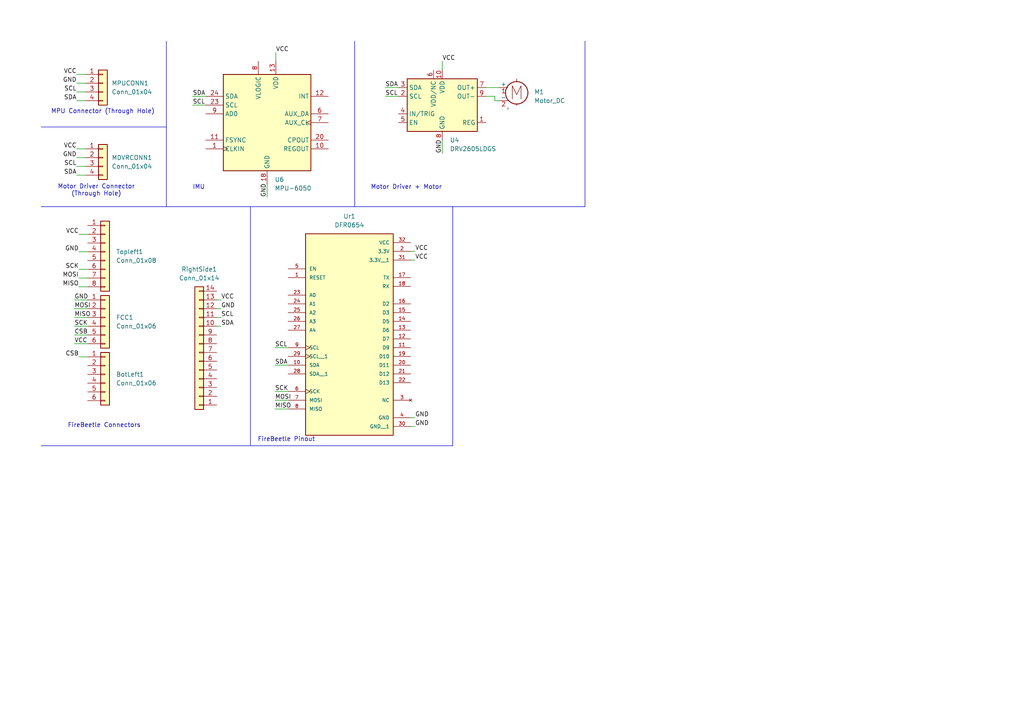
<source format=kicad_sch>
(kicad_sch
	(version 20231120)
	(generator "eeschema")
	(generator_version "8.0")
	(uuid "3059ba84-e949-44d7-82b4-2aabb19b116e")
	(paper "A4")
	(title_block
		(title "MainBoard PCB")
		(date "2025-02-05")
		(rev "1.2")
		(company "UFM")
		(comment 1 "Matthew Yu")
	)
	(lib_symbols
		(symbol "Connector_Generic:Conn_01x04"
			(pin_names
				(offset 1.016) hide)
			(exclude_from_sim no)
			(in_bom yes)
			(on_board yes)
			(property "Reference" "J"
				(at 0 5.08 0)
				(effects
					(font
						(size 1.27 1.27)
					)
				)
			)
			(property "Value" "Conn_01x04"
				(at 0 -7.62 0)
				(effects
					(font
						(size 1.27 1.27)
					)
				)
			)
			(property "Footprint" ""
				(at 0 0 0)
				(effects
					(font
						(size 1.27 1.27)
					)
					(hide yes)
				)
			)
			(property "Datasheet" "~"
				(at 0 0 0)
				(effects
					(font
						(size 1.27 1.27)
					)
					(hide yes)
				)
			)
			(property "Description" "Generic connector, single row, 01x04, script generated (kicad-library-utils/schlib/autogen/connector/)"
				(at 0 0 0)
				(effects
					(font
						(size 1.27 1.27)
					)
					(hide yes)
				)
			)
			(property "ki_keywords" "connector"
				(at 0 0 0)
				(effects
					(font
						(size 1.27 1.27)
					)
					(hide yes)
				)
			)
			(property "ki_fp_filters" "Connector*:*_1x??_*"
				(at 0 0 0)
				(effects
					(font
						(size 1.27 1.27)
					)
					(hide yes)
				)
			)
			(symbol "Conn_01x04_1_1"
				(rectangle
					(start -1.27 -4.953)
					(end 0 -5.207)
					(stroke
						(width 0.1524)
						(type default)
					)
					(fill
						(type none)
					)
				)
				(rectangle
					(start -1.27 -2.413)
					(end 0 -2.667)
					(stroke
						(width 0.1524)
						(type default)
					)
					(fill
						(type none)
					)
				)
				(rectangle
					(start -1.27 0.127)
					(end 0 -0.127)
					(stroke
						(width 0.1524)
						(type default)
					)
					(fill
						(type none)
					)
				)
				(rectangle
					(start -1.27 2.667)
					(end 0 2.413)
					(stroke
						(width 0.1524)
						(type default)
					)
					(fill
						(type none)
					)
				)
				(rectangle
					(start -1.27 3.81)
					(end 1.27 -6.35)
					(stroke
						(width 0.254)
						(type default)
					)
					(fill
						(type background)
					)
				)
				(pin passive line
					(at -5.08 2.54 0)
					(length 3.81)
					(name "Pin_1"
						(effects
							(font
								(size 1.27 1.27)
							)
						)
					)
					(number "1"
						(effects
							(font
								(size 1.27 1.27)
							)
						)
					)
				)
				(pin passive line
					(at -5.08 0 0)
					(length 3.81)
					(name "Pin_2"
						(effects
							(font
								(size 1.27 1.27)
							)
						)
					)
					(number "2"
						(effects
							(font
								(size 1.27 1.27)
							)
						)
					)
				)
				(pin passive line
					(at -5.08 -2.54 0)
					(length 3.81)
					(name "Pin_3"
						(effects
							(font
								(size 1.27 1.27)
							)
						)
					)
					(number "3"
						(effects
							(font
								(size 1.27 1.27)
							)
						)
					)
				)
				(pin passive line
					(at -5.08 -5.08 0)
					(length 3.81)
					(name "Pin_4"
						(effects
							(font
								(size 1.27 1.27)
							)
						)
					)
					(number "4"
						(effects
							(font
								(size 1.27 1.27)
							)
						)
					)
				)
			)
		)
		(symbol "Connector_Generic:Conn_01x06"
			(pin_names
				(offset 1.016) hide)
			(exclude_from_sim no)
			(in_bom yes)
			(on_board yes)
			(property "Reference" "J"
				(at 0 7.62 0)
				(effects
					(font
						(size 1.27 1.27)
					)
				)
			)
			(property "Value" "Conn_01x06"
				(at 0 -10.16 0)
				(effects
					(font
						(size 1.27 1.27)
					)
				)
			)
			(property "Footprint" ""
				(at 0 0 0)
				(effects
					(font
						(size 1.27 1.27)
					)
					(hide yes)
				)
			)
			(property "Datasheet" "~"
				(at 0 0 0)
				(effects
					(font
						(size 1.27 1.27)
					)
					(hide yes)
				)
			)
			(property "Description" "Generic connector, single row, 01x06, script generated (kicad-library-utils/schlib/autogen/connector/)"
				(at 0 0 0)
				(effects
					(font
						(size 1.27 1.27)
					)
					(hide yes)
				)
			)
			(property "ki_keywords" "connector"
				(at 0 0 0)
				(effects
					(font
						(size 1.27 1.27)
					)
					(hide yes)
				)
			)
			(property "ki_fp_filters" "Connector*:*_1x??_*"
				(at 0 0 0)
				(effects
					(font
						(size 1.27 1.27)
					)
					(hide yes)
				)
			)
			(symbol "Conn_01x06_1_1"
				(rectangle
					(start -1.27 -7.493)
					(end 0 -7.747)
					(stroke
						(width 0.1524)
						(type default)
					)
					(fill
						(type none)
					)
				)
				(rectangle
					(start -1.27 -4.953)
					(end 0 -5.207)
					(stroke
						(width 0.1524)
						(type default)
					)
					(fill
						(type none)
					)
				)
				(rectangle
					(start -1.27 -2.413)
					(end 0 -2.667)
					(stroke
						(width 0.1524)
						(type default)
					)
					(fill
						(type none)
					)
				)
				(rectangle
					(start -1.27 0.127)
					(end 0 -0.127)
					(stroke
						(width 0.1524)
						(type default)
					)
					(fill
						(type none)
					)
				)
				(rectangle
					(start -1.27 2.667)
					(end 0 2.413)
					(stroke
						(width 0.1524)
						(type default)
					)
					(fill
						(type none)
					)
				)
				(rectangle
					(start -1.27 5.207)
					(end 0 4.953)
					(stroke
						(width 0.1524)
						(type default)
					)
					(fill
						(type none)
					)
				)
				(rectangle
					(start -1.27 6.35)
					(end 1.27 -8.89)
					(stroke
						(width 0.254)
						(type default)
					)
					(fill
						(type background)
					)
				)
				(pin passive line
					(at -5.08 5.08 0)
					(length 3.81)
					(name "Pin_1"
						(effects
							(font
								(size 1.27 1.27)
							)
						)
					)
					(number "1"
						(effects
							(font
								(size 1.27 1.27)
							)
						)
					)
				)
				(pin passive line
					(at -5.08 2.54 0)
					(length 3.81)
					(name "Pin_2"
						(effects
							(font
								(size 1.27 1.27)
							)
						)
					)
					(number "2"
						(effects
							(font
								(size 1.27 1.27)
							)
						)
					)
				)
				(pin passive line
					(at -5.08 0 0)
					(length 3.81)
					(name "Pin_3"
						(effects
							(font
								(size 1.27 1.27)
							)
						)
					)
					(number "3"
						(effects
							(font
								(size 1.27 1.27)
							)
						)
					)
				)
				(pin passive line
					(at -5.08 -2.54 0)
					(length 3.81)
					(name "Pin_4"
						(effects
							(font
								(size 1.27 1.27)
							)
						)
					)
					(number "4"
						(effects
							(font
								(size 1.27 1.27)
							)
						)
					)
				)
				(pin passive line
					(at -5.08 -5.08 0)
					(length 3.81)
					(name "Pin_5"
						(effects
							(font
								(size 1.27 1.27)
							)
						)
					)
					(number "5"
						(effects
							(font
								(size 1.27 1.27)
							)
						)
					)
				)
				(pin passive line
					(at -5.08 -7.62 0)
					(length 3.81)
					(name "Pin_6"
						(effects
							(font
								(size 1.27 1.27)
							)
						)
					)
					(number "6"
						(effects
							(font
								(size 1.27 1.27)
							)
						)
					)
				)
			)
		)
		(symbol "Connector_Generic:Conn_01x08"
			(pin_names
				(offset 1.016) hide)
			(exclude_from_sim no)
			(in_bom yes)
			(on_board yes)
			(property "Reference" "J"
				(at 0 10.16 0)
				(effects
					(font
						(size 1.27 1.27)
					)
				)
			)
			(property "Value" "Conn_01x08"
				(at 0 -12.7 0)
				(effects
					(font
						(size 1.27 1.27)
					)
				)
			)
			(property "Footprint" ""
				(at 0 0 0)
				(effects
					(font
						(size 1.27 1.27)
					)
					(hide yes)
				)
			)
			(property "Datasheet" "~"
				(at 0 0 0)
				(effects
					(font
						(size 1.27 1.27)
					)
					(hide yes)
				)
			)
			(property "Description" "Generic connector, single row, 01x08, script generated (kicad-library-utils/schlib/autogen/connector/)"
				(at 0 0 0)
				(effects
					(font
						(size 1.27 1.27)
					)
					(hide yes)
				)
			)
			(property "ki_keywords" "connector"
				(at 0 0 0)
				(effects
					(font
						(size 1.27 1.27)
					)
					(hide yes)
				)
			)
			(property "ki_fp_filters" "Connector*:*_1x??_*"
				(at 0 0 0)
				(effects
					(font
						(size 1.27 1.27)
					)
					(hide yes)
				)
			)
			(symbol "Conn_01x08_1_1"
				(rectangle
					(start -1.27 -10.033)
					(end 0 -10.287)
					(stroke
						(width 0.1524)
						(type default)
					)
					(fill
						(type none)
					)
				)
				(rectangle
					(start -1.27 -7.493)
					(end 0 -7.747)
					(stroke
						(width 0.1524)
						(type default)
					)
					(fill
						(type none)
					)
				)
				(rectangle
					(start -1.27 -4.953)
					(end 0 -5.207)
					(stroke
						(width 0.1524)
						(type default)
					)
					(fill
						(type none)
					)
				)
				(rectangle
					(start -1.27 -2.413)
					(end 0 -2.667)
					(stroke
						(width 0.1524)
						(type default)
					)
					(fill
						(type none)
					)
				)
				(rectangle
					(start -1.27 0.127)
					(end 0 -0.127)
					(stroke
						(width 0.1524)
						(type default)
					)
					(fill
						(type none)
					)
				)
				(rectangle
					(start -1.27 2.667)
					(end 0 2.413)
					(stroke
						(width 0.1524)
						(type default)
					)
					(fill
						(type none)
					)
				)
				(rectangle
					(start -1.27 5.207)
					(end 0 4.953)
					(stroke
						(width 0.1524)
						(type default)
					)
					(fill
						(type none)
					)
				)
				(rectangle
					(start -1.27 7.747)
					(end 0 7.493)
					(stroke
						(width 0.1524)
						(type default)
					)
					(fill
						(type none)
					)
				)
				(rectangle
					(start -1.27 8.89)
					(end 1.27 -11.43)
					(stroke
						(width 0.254)
						(type default)
					)
					(fill
						(type background)
					)
				)
				(pin passive line
					(at -5.08 7.62 0)
					(length 3.81)
					(name "Pin_1"
						(effects
							(font
								(size 1.27 1.27)
							)
						)
					)
					(number "1"
						(effects
							(font
								(size 1.27 1.27)
							)
						)
					)
				)
				(pin passive line
					(at -5.08 5.08 0)
					(length 3.81)
					(name "Pin_2"
						(effects
							(font
								(size 1.27 1.27)
							)
						)
					)
					(number "2"
						(effects
							(font
								(size 1.27 1.27)
							)
						)
					)
				)
				(pin passive line
					(at -5.08 2.54 0)
					(length 3.81)
					(name "Pin_3"
						(effects
							(font
								(size 1.27 1.27)
							)
						)
					)
					(number "3"
						(effects
							(font
								(size 1.27 1.27)
							)
						)
					)
				)
				(pin passive line
					(at -5.08 0 0)
					(length 3.81)
					(name "Pin_4"
						(effects
							(font
								(size 1.27 1.27)
							)
						)
					)
					(number "4"
						(effects
							(font
								(size 1.27 1.27)
							)
						)
					)
				)
				(pin passive line
					(at -5.08 -2.54 0)
					(length 3.81)
					(name "Pin_5"
						(effects
							(font
								(size 1.27 1.27)
							)
						)
					)
					(number "5"
						(effects
							(font
								(size 1.27 1.27)
							)
						)
					)
				)
				(pin passive line
					(at -5.08 -5.08 0)
					(length 3.81)
					(name "Pin_6"
						(effects
							(font
								(size 1.27 1.27)
							)
						)
					)
					(number "6"
						(effects
							(font
								(size 1.27 1.27)
							)
						)
					)
				)
				(pin passive line
					(at -5.08 -7.62 0)
					(length 3.81)
					(name "Pin_7"
						(effects
							(font
								(size 1.27 1.27)
							)
						)
					)
					(number "7"
						(effects
							(font
								(size 1.27 1.27)
							)
						)
					)
				)
				(pin passive line
					(at -5.08 -10.16 0)
					(length 3.81)
					(name "Pin_8"
						(effects
							(font
								(size 1.27 1.27)
							)
						)
					)
					(number "8"
						(effects
							(font
								(size 1.27 1.27)
							)
						)
					)
				)
			)
		)
		(symbol "Connector_Generic:Conn_01x14"
			(pin_names
				(offset 1.016) hide)
			(exclude_from_sim no)
			(in_bom yes)
			(on_board yes)
			(property "Reference" "J"
				(at 0 17.78 0)
				(effects
					(font
						(size 1.27 1.27)
					)
				)
			)
			(property "Value" "Conn_01x14"
				(at 0 -20.32 0)
				(effects
					(font
						(size 1.27 1.27)
					)
				)
			)
			(property "Footprint" ""
				(at 0 0 0)
				(effects
					(font
						(size 1.27 1.27)
					)
					(hide yes)
				)
			)
			(property "Datasheet" "~"
				(at 0 0 0)
				(effects
					(font
						(size 1.27 1.27)
					)
					(hide yes)
				)
			)
			(property "Description" "Generic connector, single row, 01x14, script generated (kicad-library-utils/schlib/autogen/connector/)"
				(at 0 0 0)
				(effects
					(font
						(size 1.27 1.27)
					)
					(hide yes)
				)
			)
			(property "ki_keywords" "connector"
				(at 0 0 0)
				(effects
					(font
						(size 1.27 1.27)
					)
					(hide yes)
				)
			)
			(property "ki_fp_filters" "Connector*:*_1x??_*"
				(at 0 0 0)
				(effects
					(font
						(size 1.27 1.27)
					)
					(hide yes)
				)
			)
			(symbol "Conn_01x14_1_1"
				(rectangle
					(start -1.27 -17.653)
					(end 0 -17.907)
					(stroke
						(width 0.1524)
						(type default)
					)
					(fill
						(type none)
					)
				)
				(rectangle
					(start -1.27 -15.113)
					(end 0 -15.367)
					(stroke
						(width 0.1524)
						(type default)
					)
					(fill
						(type none)
					)
				)
				(rectangle
					(start -1.27 -12.573)
					(end 0 -12.827)
					(stroke
						(width 0.1524)
						(type default)
					)
					(fill
						(type none)
					)
				)
				(rectangle
					(start -1.27 -10.033)
					(end 0 -10.287)
					(stroke
						(width 0.1524)
						(type default)
					)
					(fill
						(type none)
					)
				)
				(rectangle
					(start -1.27 -7.493)
					(end 0 -7.747)
					(stroke
						(width 0.1524)
						(type default)
					)
					(fill
						(type none)
					)
				)
				(rectangle
					(start -1.27 -4.953)
					(end 0 -5.207)
					(stroke
						(width 0.1524)
						(type default)
					)
					(fill
						(type none)
					)
				)
				(rectangle
					(start -1.27 -2.413)
					(end 0 -2.667)
					(stroke
						(width 0.1524)
						(type default)
					)
					(fill
						(type none)
					)
				)
				(rectangle
					(start -1.27 0.127)
					(end 0 -0.127)
					(stroke
						(width 0.1524)
						(type default)
					)
					(fill
						(type none)
					)
				)
				(rectangle
					(start -1.27 2.667)
					(end 0 2.413)
					(stroke
						(width 0.1524)
						(type default)
					)
					(fill
						(type none)
					)
				)
				(rectangle
					(start -1.27 5.207)
					(end 0 4.953)
					(stroke
						(width 0.1524)
						(type default)
					)
					(fill
						(type none)
					)
				)
				(rectangle
					(start -1.27 7.747)
					(end 0 7.493)
					(stroke
						(width 0.1524)
						(type default)
					)
					(fill
						(type none)
					)
				)
				(rectangle
					(start -1.27 10.287)
					(end 0 10.033)
					(stroke
						(width 0.1524)
						(type default)
					)
					(fill
						(type none)
					)
				)
				(rectangle
					(start -1.27 12.827)
					(end 0 12.573)
					(stroke
						(width 0.1524)
						(type default)
					)
					(fill
						(type none)
					)
				)
				(rectangle
					(start -1.27 15.367)
					(end 0 15.113)
					(stroke
						(width 0.1524)
						(type default)
					)
					(fill
						(type none)
					)
				)
				(rectangle
					(start -1.27 16.51)
					(end 1.27 -19.05)
					(stroke
						(width 0.254)
						(type default)
					)
					(fill
						(type background)
					)
				)
				(pin passive line
					(at -5.08 15.24 0)
					(length 3.81)
					(name "Pin_1"
						(effects
							(font
								(size 1.27 1.27)
							)
						)
					)
					(number "1"
						(effects
							(font
								(size 1.27 1.27)
							)
						)
					)
				)
				(pin passive line
					(at -5.08 -7.62 0)
					(length 3.81)
					(name "Pin_10"
						(effects
							(font
								(size 1.27 1.27)
							)
						)
					)
					(number "10"
						(effects
							(font
								(size 1.27 1.27)
							)
						)
					)
				)
				(pin passive line
					(at -5.08 -10.16 0)
					(length 3.81)
					(name "Pin_11"
						(effects
							(font
								(size 1.27 1.27)
							)
						)
					)
					(number "11"
						(effects
							(font
								(size 1.27 1.27)
							)
						)
					)
				)
				(pin passive line
					(at -5.08 -12.7 0)
					(length 3.81)
					(name "Pin_12"
						(effects
							(font
								(size 1.27 1.27)
							)
						)
					)
					(number "12"
						(effects
							(font
								(size 1.27 1.27)
							)
						)
					)
				)
				(pin passive line
					(at -5.08 -15.24 0)
					(length 3.81)
					(name "Pin_13"
						(effects
							(font
								(size 1.27 1.27)
							)
						)
					)
					(number "13"
						(effects
							(font
								(size 1.27 1.27)
							)
						)
					)
				)
				(pin passive line
					(at -5.08 -17.78 0)
					(length 3.81)
					(name "Pin_14"
						(effects
							(font
								(size 1.27 1.27)
							)
						)
					)
					(number "14"
						(effects
							(font
								(size 1.27 1.27)
							)
						)
					)
				)
				(pin passive line
					(at -5.08 12.7 0)
					(length 3.81)
					(name "Pin_2"
						(effects
							(font
								(size 1.27 1.27)
							)
						)
					)
					(number "2"
						(effects
							(font
								(size 1.27 1.27)
							)
						)
					)
				)
				(pin passive line
					(at -5.08 10.16 0)
					(length 3.81)
					(name "Pin_3"
						(effects
							(font
								(size 1.27 1.27)
							)
						)
					)
					(number "3"
						(effects
							(font
								(size 1.27 1.27)
							)
						)
					)
				)
				(pin passive line
					(at -5.08 7.62 0)
					(length 3.81)
					(name "Pin_4"
						(effects
							(font
								(size 1.27 1.27)
							)
						)
					)
					(number "4"
						(effects
							(font
								(size 1.27 1.27)
							)
						)
					)
				)
				(pin passive line
					(at -5.08 5.08 0)
					(length 3.81)
					(name "Pin_5"
						(effects
							(font
								(size 1.27 1.27)
							)
						)
					)
					(number "5"
						(effects
							(font
								(size 1.27 1.27)
							)
						)
					)
				)
				(pin passive line
					(at -5.08 2.54 0)
					(length 3.81)
					(name "Pin_6"
						(effects
							(font
								(size 1.27 1.27)
							)
						)
					)
					(number "6"
						(effects
							(font
								(size 1.27 1.27)
							)
						)
					)
				)
				(pin passive line
					(at -5.08 0 0)
					(length 3.81)
					(name "Pin_7"
						(effects
							(font
								(size 1.27 1.27)
							)
						)
					)
					(number "7"
						(effects
							(font
								(size 1.27 1.27)
							)
						)
					)
				)
				(pin passive line
					(at -5.08 -2.54 0)
					(length 3.81)
					(name "Pin_8"
						(effects
							(font
								(size 1.27 1.27)
							)
						)
					)
					(number "8"
						(effects
							(font
								(size 1.27 1.27)
							)
						)
					)
				)
				(pin passive line
					(at -5.08 -5.08 0)
					(length 3.81)
					(name "Pin_9"
						(effects
							(font
								(size 1.27 1.27)
							)
						)
					)
					(number "9"
						(effects
							(font
								(size 1.27 1.27)
							)
						)
					)
				)
			)
		)
		(symbol "DFR0654:DFR0654"
			(pin_names
				(offset 1.016)
			)
			(exclude_from_sim no)
			(in_bom yes)
			(on_board yes)
			(property "Reference" "U"
				(at -12.7 26.162 0)
				(effects
					(font
						(size 1.27 1.27)
					)
					(justify left bottom)
				)
			)
			(property "Value" "DFR0654"
				(at -12.7 -35.56 0)
				(effects
					(font
						(size 1.27 1.27)
					)
					(justify left bottom)
				)
			)
			(property "Footprint" "DFR0654:MODULE_DFR0654"
				(at 0 0 0)
				(effects
					(font
						(size 1.27 1.27)
					)
					(justify bottom)
					(hide yes)
				)
			)
			(property "Datasheet" ""
				(at 0 0 0)
				(effects
					(font
						(size 1.27 1.27)
					)
					(hide yes)
				)
			)
			(property "Description" ""
				(at 0 0 0)
				(effects
					(font
						(size 1.27 1.27)
					)
					(hide yes)
				)
			)
			(property "STANDARD" "Manufacturer Recommendations"
				(at 0 0 0)
				(effects
					(font
						(size 1.27 1.27)
					)
					(justify bottom)
					(hide yes)
				)
			)
			(property "MANUFACTURER" "DFRobot"
				(at 0 0 0)
				(effects
					(font
						(size 1.27 1.27)
					)
					(justify bottom)
					(hide yes)
				)
			)
			(symbol "DFR0654_0_0"
				(rectangle
					(start -12.7 -33.02)
					(end 12.7 25.4)
					(stroke
						(width 0.254)
						(type default)
					)
					(fill
						(type background)
					)
				)
				(pin input line
					(at -17.78 12.7 0)
					(length 5.08)
					(name "RESET"
						(effects
							(font
								(size 1.016 1.016)
							)
						)
					)
					(number "1"
						(effects
							(font
								(size 1.016 1.016)
							)
						)
					)
				)
				(pin bidirectional line
					(at -17.78 -12.7 0)
					(length 5.08)
					(name "SDA"
						(effects
							(font
								(size 1.016 1.016)
							)
						)
					)
					(number "10"
						(effects
							(font
								(size 1.016 1.016)
							)
						)
					)
				)
				(pin bidirectional line
					(at 17.78 -7.62 180)
					(length 5.08)
					(name "D9"
						(effects
							(font
								(size 1.016 1.016)
							)
						)
					)
					(number "11"
						(effects
							(font
								(size 1.016 1.016)
							)
						)
					)
				)
				(pin bidirectional line
					(at 17.78 -5.08 180)
					(length 5.08)
					(name "D7"
						(effects
							(font
								(size 1.016 1.016)
							)
						)
					)
					(number "12"
						(effects
							(font
								(size 1.016 1.016)
							)
						)
					)
				)
				(pin bidirectional line
					(at 17.78 -2.54 180)
					(length 5.08)
					(name "D6"
						(effects
							(font
								(size 1.016 1.016)
							)
						)
					)
					(number "13"
						(effects
							(font
								(size 1.016 1.016)
							)
						)
					)
				)
				(pin bidirectional line
					(at 17.78 0 180)
					(length 5.08)
					(name "D5"
						(effects
							(font
								(size 1.016 1.016)
							)
						)
					)
					(number "14"
						(effects
							(font
								(size 1.016 1.016)
							)
						)
					)
				)
				(pin bidirectional line
					(at 17.78 2.54 180)
					(length 5.08)
					(name "D3"
						(effects
							(font
								(size 1.016 1.016)
							)
						)
					)
					(number "15"
						(effects
							(font
								(size 1.016 1.016)
							)
						)
					)
				)
				(pin bidirectional line
					(at 17.78 5.08 180)
					(length 5.08)
					(name "D2"
						(effects
							(font
								(size 1.016 1.016)
							)
						)
					)
					(number "16"
						(effects
							(font
								(size 1.016 1.016)
							)
						)
					)
				)
				(pin output line
					(at 17.78 12.7 180)
					(length 5.08)
					(name "TX"
						(effects
							(font
								(size 1.016 1.016)
							)
						)
					)
					(number "17"
						(effects
							(font
								(size 1.016 1.016)
							)
						)
					)
				)
				(pin input line
					(at 17.78 10.16 180)
					(length 5.08)
					(name "RX"
						(effects
							(font
								(size 1.016 1.016)
							)
						)
					)
					(number "18"
						(effects
							(font
								(size 1.016 1.016)
							)
						)
					)
				)
				(pin bidirectional line
					(at 17.78 -10.16 180)
					(length 5.08)
					(name "D10"
						(effects
							(font
								(size 1.016 1.016)
							)
						)
					)
					(number "19"
						(effects
							(font
								(size 1.016 1.016)
							)
						)
					)
				)
				(pin power_in line
					(at 17.78 20.32 180)
					(length 5.08)
					(name "3.3V"
						(effects
							(font
								(size 1.016 1.016)
							)
						)
					)
					(number "2"
						(effects
							(font
								(size 1.016 1.016)
							)
						)
					)
				)
				(pin bidirectional line
					(at 17.78 -12.7 180)
					(length 5.08)
					(name "D11"
						(effects
							(font
								(size 1.016 1.016)
							)
						)
					)
					(number "20"
						(effects
							(font
								(size 1.016 1.016)
							)
						)
					)
				)
				(pin bidirectional line
					(at 17.78 -15.24 180)
					(length 5.08)
					(name "D12"
						(effects
							(font
								(size 1.016 1.016)
							)
						)
					)
					(number "21"
						(effects
							(font
								(size 1.016 1.016)
							)
						)
					)
				)
				(pin bidirectional line
					(at 17.78 -17.78 180)
					(length 5.08)
					(name "D13"
						(effects
							(font
								(size 1.016 1.016)
							)
						)
					)
					(number "22"
						(effects
							(font
								(size 1.016 1.016)
							)
						)
					)
				)
				(pin input line
					(at -17.78 7.62 0)
					(length 5.08)
					(name "A0"
						(effects
							(font
								(size 1.016 1.016)
							)
						)
					)
					(number "23"
						(effects
							(font
								(size 1.016 1.016)
							)
						)
					)
				)
				(pin input line
					(at -17.78 5.08 0)
					(length 5.08)
					(name "A1"
						(effects
							(font
								(size 1.016 1.016)
							)
						)
					)
					(number "24"
						(effects
							(font
								(size 1.016 1.016)
							)
						)
					)
				)
				(pin input line
					(at -17.78 2.54 0)
					(length 5.08)
					(name "A2"
						(effects
							(font
								(size 1.016 1.016)
							)
						)
					)
					(number "25"
						(effects
							(font
								(size 1.016 1.016)
							)
						)
					)
				)
				(pin input line
					(at -17.78 0 0)
					(length 5.08)
					(name "A3"
						(effects
							(font
								(size 1.016 1.016)
							)
						)
					)
					(number "26"
						(effects
							(font
								(size 1.016 1.016)
							)
						)
					)
				)
				(pin input line
					(at -17.78 -2.54 0)
					(length 5.08)
					(name "A4"
						(effects
							(font
								(size 1.016 1.016)
							)
						)
					)
					(number "27"
						(effects
							(font
								(size 1.016 1.016)
							)
						)
					)
				)
				(pin bidirectional line
					(at -17.78 -15.24 0)
					(length 5.08)
					(name "SDA__1"
						(effects
							(font
								(size 1.016 1.016)
							)
						)
					)
					(number "28"
						(effects
							(font
								(size 1.016 1.016)
							)
						)
					)
				)
				(pin input clock
					(at -17.78 -10.16 0)
					(length 5.08)
					(name "SCL__1"
						(effects
							(font
								(size 1.016 1.016)
							)
						)
					)
					(number "29"
						(effects
							(font
								(size 1.016 1.016)
							)
						)
					)
				)
				(pin no_connect line
					(at 17.78 -22.86 180)
					(length 5.08)
					(name "NC"
						(effects
							(font
								(size 1.016 1.016)
							)
						)
					)
					(number "3"
						(effects
							(font
								(size 1.016 1.016)
							)
						)
					)
				)
				(pin power_in line
					(at 17.78 -30.48 180)
					(length 5.08)
					(name "GND__1"
						(effects
							(font
								(size 1.016 1.016)
							)
						)
					)
					(number "30"
						(effects
							(font
								(size 1.016 1.016)
							)
						)
					)
				)
				(pin power_in line
					(at 17.78 17.78 180)
					(length 5.08)
					(name "3.3V__1"
						(effects
							(font
								(size 1.016 1.016)
							)
						)
					)
					(number "31"
						(effects
							(font
								(size 1.016 1.016)
							)
						)
					)
				)
				(pin power_in line
					(at 17.78 22.86 180)
					(length 5.08)
					(name "VCC"
						(effects
							(font
								(size 1.016 1.016)
							)
						)
					)
					(number "32"
						(effects
							(font
								(size 1.016 1.016)
							)
						)
					)
				)
				(pin power_in line
					(at 17.78 -27.94 180)
					(length 5.08)
					(name "GND"
						(effects
							(font
								(size 1.016 1.016)
							)
						)
					)
					(number "4"
						(effects
							(font
								(size 1.016 1.016)
							)
						)
					)
				)
				(pin input line
					(at -17.78 15.24 0)
					(length 5.08)
					(name "EN"
						(effects
							(font
								(size 1.016 1.016)
							)
						)
					)
					(number "5"
						(effects
							(font
								(size 1.016 1.016)
							)
						)
					)
				)
				(pin input clock
					(at -17.78 -20.32 0)
					(length 5.08)
					(name "SCK"
						(effects
							(font
								(size 1.016 1.016)
							)
						)
					)
					(number "6"
						(effects
							(font
								(size 1.016 1.016)
							)
						)
					)
				)
				(pin input line
					(at -17.78 -22.86 0)
					(length 5.08)
					(name "MOSI"
						(effects
							(font
								(size 1.016 1.016)
							)
						)
					)
					(number "7"
						(effects
							(font
								(size 1.016 1.016)
							)
						)
					)
				)
				(pin output line
					(at -17.78 -25.4 0)
					(length 5.08)
					(name "MISO"
						(effects
							(font
								(size 1.016 1.016)
							)
						)
					)
					(number "8"
						(effects
							(font
								(size 1.016 1.016)
							)
						)
					)
				)
				(pin input clock
					(at -17.78 -7.62 0)
					(length 5.08)
					(name "SCL"
						(effects
							(font
								(size 1.016 1.016)
							)
						)
					)
					(number "9"
						(effects
							(font
								(size 1.016 1.016)
							)
						)
					)
				)
			)
		)
		(symbol "Driver_Haptic:DRV2605LDGS"
			(exclude_from_sim no)
			(in_bom yes)
			(on_board yes)
			(property "Reference" "U"
				(at -10.16 8.255 0)
				(effects
					(font
						(size 1.27 1.27)
					)
					(justify left bottom)
				)
			)
			(property "Value" "DRV2605LDGS"
				(at 2.54 -8.89 0)
				(effects
					(font
						(size 1.27 1.27)
					)
					(justify left top)
				)
			)
			(property "Footprint" "Package_SO:VSSOP-10_3x3mm_P0.5mm"
				(at 0 0 0)
				(effects
					(font
						(size 1.27 1.27)
						(italic yes)
					)
					(hide yes)
				)
			)
			(property "Datasheet" "http://www.ti.com/lit/ds/symlink/drv2605l.pdf"
				(at 0 0 0)
				(effects
					(font
						(size 1.27 1.27)
					)
					(hide yes)
				)
			)
			(property "Description" "Haptic driver for LRAs and ERMs with effect library, 2-5.2V, VSSOP-10"
				(at 0 0 0)
				(effects
					(font
						(size 1.27 1.27)
					)
					(hide yes)
				)
			)
			(property "ki_keywords" "haptic driver i2c"
				(at 0 0 0)
				(effects
					(font
						(size 1.27 1.27)
					)
					(hide yes)
				)
			)
			(property "ki_fp_filters" "VSSOP*3x3mm*P0.5mm*"
				(at 0 0 0)
				(effects
					(font
						(size 1.27 1.27)
					)
					(hide yes)
				)
			)
			(symbol "DRV2605LDGS_0_1"
				(rectangle
					(start -10.16 7.62)
					(end 10.16 -7.62)
					(stroke
						(width 0.254)
						(type default)
					)
					(fill
						(type background)
					)
				)
			)
			(symbol "DRV2605LDGS_1_1"
				(pin passive line
					(at 12.7 -5.08 180)
					(length 2.54)
					(name "REG"
						(effects
							(font
								(size 1.27 1.27)
							)
						)
					)
					(number "1"
						(effects
							(font
								(size 1.27 1.27)
							)
						)
					)
				)
				(pin power_in line
					(at 0 10.16 270)
					(length 2.54)
					(name "VDD"
						(effects
							(font
								(size 1.27 1.27)
							)
						)
					)
					(number "10"
						(effects
							(font
								(size 1.27 1.27)
							)
						)
					)
				)
				(pin input line
					(at -12.7 2.54 0)
					(length 2.54)
					(name "SCL"
						(effects
							(font
								(size 1.27 1.27)
							)
						)
					)
					(number "2"
						(effects
							(font
								(size 1.27 1.27)
							)
						)
					)
				)
				(pin bidirectional line
					(at -12.7 5.08 0)
					(length 2.54)
					(name "SDA"
						(effects
							(font
								(size 1.27 1.27)
							)
						)
					)
					(number "3"
						(effects
							(font
								(size 1.27 1.27)
							)
						)
					)
				)
				(pin input line
					(at -12.7 -2.54 0)
					(length 2.54)
					(name "IN/TRIG"
						(effects
							(font
								(size 1.27 1.27)
							)
						)
					)
					(number "4"
						(effects
							(font
								(size 1.27 1.27)
							)
						)
					)
				)
				(pin input line
					(at -12.7 -5.08 0)
					(length 2.54)
					(name "EN"
						(effects
							(font
								(size 1.27 1.27)
							)
						)
					)
					(number "5"
						(effects
							(font
								(size 1.27 1.27)
							)
						)
					)
				)
				(pin power_in line
					(at -2.54 10.16 270)
					(length 2.54)
					(name "VDD/NC"
						(effects
							(font
								(size 1.27 1.27)
							)
						)
					)
					(number "6"
						(effects
							(font
								(size 1.27 1.27)
							)
						)
					)
				)
				(pin output line
					(at 12.7 5.08 180)
					(length 2.54)
					(name "OUT+"
						(effects
							(font
								(size 1.27 1.27)
							)
						)
					)
					(number "7"
						(effects
							(font
								(size 1.27 1.27)
							)
						)
					)
				)
				(pin power_in line
					(at 0 -10.16 90)
					(length 2.54)
					(name "GND"
						(effects
							(font
								(size 1.27 1.27)
							)
						)
					)
					(number "8"
						(effects
							(font
								(size 1.27 1.27)
							)
						)
					)
				)
				(pin output line
					(at 12.7 2.54 180)
					(length 2.54)
					(name "OUT-"
						(effects
							(font
								(size 1.27 1.27)
							)
						)
					)
					(number "9"
						(effects
							(font
								(size 1.27 1.27)
							)
						)
					)
				)
			)
		)
		(symbol "Motor:Motor_DC"
			(pin_names
				(offset 0)
			)
			(exclude_from_sim no)
			(in_bom yes)
			(on_board yes)
			(property "Reference" "M1"
				(at 5.08 -1.2699 0)
				(effects
					(font
						(size 1.27 1.27)
					)
					(justify left)
				)
			)
			(property "Value" "Motor_DC"
				(at 5.08 -3.8099 0)
				(effects
					(font
						(size 1.27 1.27)
					)
					(justify left)
				)
			)
			(property "Footprint" ""
				(at 0 -2.286 0)
				(effects
					(font
						(size 1.27 1.27)
					)
					(hide yes)
				)
			)
			(property "Datasheet" "~"
				(at 0 -2.286 0)
				(effects
					(font
						(size 1.27 1.27)
					)
					(hide yes)
				)
			)
			(property "Description" "DC Motor"
				(at 5.334 3.048 0)
				(effects
					(font
						(size 1.27 1.27)
					)
					(hide yes)
				)
			)
			(property "ki_keywords" "DC Motor"
				(at 0 0 0)
				(effects
					(font
						(size 1.27 1.27)
					)
					(hide yes)
				)
			)
			(property "ki_fp_filters" "PinHeader*P2.54mm* TerminalBlock*"
				(at 0 0 0)
				(effects
					(font
						(size 1.27 1.27)
					)
					(hide yes)
				)
			)
			(symbol "Motor_DC_0_0"
				(polyline
					(pts
						(xy -1.27 -3.302) (xy -1.27 0.508) (xy 0 -2.032) (xy 1.27 0.508) (xy 1.27 -3.302)
					)
					(stroke
						(width 0)
						(type default)
					)
					(fill
						(type none)
					)
				)
			)
			(symbol "Motor_DC_0_1"
				(circle
					(center 0 -1.524)
					(radius 3.2512)
					(stroke
						(width 0.254)
						(type default)
					)
					(fill
						(type none)
					)
				)
				(polyline
					(pts
						(xy -2.54 -6.35) (xy -2.54 -5.842)
					)
					(stroke
						(width 0)
						(type default)
					)
					(fill
						(type none)
					)
				)
				(polyline
					(pts
						(xy 0 -4.7752) (xy 0 -5.1816)
					)
					(stroke
						(width 0)
						(type default)
					)
					(fill
						(type none)
					)
				)
				(polyline
					(pts
						(xy 0 1.7272) (xy 0 2.0828)
					)
					(stroke
						(width 0)
						(type default)
					)
					(fill
						(type none)
					)
				)
				(polyline
					(pts
						(xy 0 2.032) (xy 0 2.54)
					)
					(stroke
						(width 0)
						(type default)
					)
					(fill
						(type none)
					)
				)
			)
			(symbol "Motor_DC_1_1"
				(pin passive line
					(at -5.08 0 0)
					(length 2.54)
					(name "+"
						(effects
							(font
								(size 1.27 1.27)
							)
						)
					)
					(number "1"
						(effects
							(font
								(size 1.27 1.27)
							)
						)
					)
				)
				(pin passive line
					(at -5.08 -3.81 0)
					(length 2.54)
					(name "-"
						(effects
							(font
								(size 1.27 1.27)
							)
						)
					)
					(number "2"
						(effects
							(font
								(size 1.27 1.27)
							)
						)
					)
				)
			)
		)
		(symbol "Sensor_Motion:MPU-6050"
			(exclude_from_sim no)
			(in_bom yes)
			(on_board yes)
			(property "Reference" "U"
				(at -11.43 13.97 0)
				(effects
					(font
						(size 1.27 1.27)
					)
				)
			)
			(property "Value" "MPU-6050"
				(at 7.62 -15.24 0)
				(effects
					(font
						(size 1.27 1.27)
					)
				)
			)
			(property "Footprint" "Sensor_Motion:InvenSense_QFN-24_4x4mm_P0.5mm"
				(at 0 -20.32 0)
				(effects
					(font
						(size 1.27 1.27)
					)
					(hide yes)
				)
			)
			(property "Datasheet" "https://invensense.tdk.com/wp-content/uploads/2015/02/MPU-6000-Datasheet1.pdf"
				(at 0 -3.81 0)
				(effects
					(font
						(size 1.27 1.27)
					)
					(hide yes)
				)
			)
			(property "Description" "InvenSense 6-Axis Motion Sensor, Gyroscope, Accelerometer, I2C"
				(at 0 0 0)
				(effects
					(font
						(size 1.27 1.27)
					)
					(hide yes)
				)
			)
			(property "ki_keywords" "mems"
				(at 0 0 0)
				(effects
					(font
						(size 1.27 1.27)
					)
					(hide yes)
				)
			)
			(property "ki_fp_filters" "*QFN*4x4mm*P0.5mm*"
				(at 0 0 0)
				(effects
					(font
						(size 1.27 1.27)
					)
					(hide yes)
				)
			)
			(symbol "MPU-6050_0_0"
				(text ""
					(at 12.7 -2.54 0)
					(effects
						(font
							(size 1.27 1.27)
						)
					)
				)
			)
			(symbol "MPU-6050_0_1"
				(rectangle
					(start -12.7 13.97)
					(end 12.7 -13.97)
					(stroke
						(width 0.254)
						(type default)
					)
					(fill
						(type background)
					)
				)
			)
			(symbol "MPU-6050_1_1"
				(pin input clock
					(at -17.78 -7.62 0)
					(length 5.08)
					(name "CLKIN"
						(effects
							(font
								(size 1.27 1.27)
							)
						)
					)
					(number "1"
						(effects
							(font
								(size 1.27 1.27)
							)
						)
					)
				)
				(pin passive line
					(at 17.78 -7.62 180)
					(length 5.08)
					(name "REGOUT"
						(effects
							(font
								(size 1.27 1.27)
							)
						)
					)
					(number "10"
						(effects
							(font
								(size 1.27 1.27)
							)
						)
					)
				)
				(pin input line
					(at -17.78 -5.08 0)
					(length 5.08)
					(name "FSYNC"
						(effects
							(font
								(size 1.27 1.27)
							)
						)
					)
					(number "11"
						(effects
							(font
								(size 1.27 1.27)
							)
						)
					)
				)
				(pin output line
					(at 17.78 7.62 180)
					(length 5.08)
					(name "INT"
						(effects
							(font
								(size 1.27 1.27)
							)
						)
					)
					(number "12"
						(effects
							(font
								(size 1.27 1.27)
							)
						)
					)
				)
				(pin power_in line
					(at 2.54 17.78 270)
					(length 3.81)
					(name "VDD"
						(effects
							(font
								(size 1.27 1.27)
							)
						)
					)
					(number "13"
						(effects
							(font
								(size 1.27 1.27)
							)
						)
					)
				)
				(pin no_connect line
					(at -12.7 -10.16 0)
					(length 2.54) hide
					(name "NC"
						(effects
							(font
								(size 1.27 1.27)
							)
						)
					)
					(number "14"
						(effects
							(font
								(size 1.27 1.27)
							)
						)
					)
				)
				(pin no_connect line
					(at 12.7 12.7 180)
					(length 2.54) hide
					(name "NC"
						(effects
							(font
								(size 1.27 1.27)
							)
						)
					)
					(number "15"
						(effects
							(font
								(size 1.27 1.27)
							)
						)
					)
				)
				(pin no_connect line
					(at 12.7 10.16 180)
					(length 2.54) hide
					(name "NC"
						(effects
							(font
								(size 1.27 1.27)
							)
						)
					)
					(number "16"
						(effects
							(font
								(size 1.27 1.27)
							)
						)
					)
				)
				(pin no_connect line
					(at 12.7 5.08 180)
					(length 2.54) hide
					(name "NC"
						(effects
							(font
								(size 1.27 1.27)
							)
						)
					)
					(number "17"
						(effects
							(font
								(size 1.27 1.27)
							)
						)
					)
				)
				(pin power_in line
					(at 0 -17.78 90)
					(length 3.81)
					(name "GND"
						(effects
							(font
								(size 1.27 1.27)
							)
						)
					)
					(number "18"
						(effects
							(font
								(size 1.27 1.27)
							)
						)
					)
				)
				(pin no_connect line
					(at 12.7 -10.16 180)
					(length 2.54) hide
					(name "RESV"
						(effects
							(font
								(size 1.27 1.27)
							)
						)
					)
					(number "19"
						(effects
							(font
								(size 1.27 1.27)
							)
						)
					)
				)
				(pin no_connect line
					(at -12.7 12.7 0)
					(length 2.54) hide
					(name "NC"
						(effects
							(font
								(size 1.27 1.27)
							)
						)
					)
					(number "2"
						(effects
							(font
								(size 1.27 1.27)
							)
						)
					)
				)
				(pin passive line
					(at 17.78 -5.08 180)
					(length 5.08)
					(name "CPOUT"
						(effects
							(font
								(size 1.27 1.27)
							)
						)
					)
					(number "20"
						(effects
							(font
								(size 1.27 1.27)
							)
						)
					)
				)
				(pin no_connect line
					(at 12.7 -2.54 180)
					(length 2.54) hide
					(name "RESV"
						(effects
							(font
								(size 1.27 1.27)
							)
						)
					)
					(number "21"
						(effects
							(font
								(size 1.27 1.27)
							)
						)
					)
				)
				(pin no_connect line
					(at 12.7 -12.7 180)
					(length 2.54) hide
					(name "RESV"
						(effects
							(font
								(size 1.27 1.27)
							)
						)
					)
					(number "22"
						(effects
							(font
								(size 1.27 1.27)
							)
						)
					)
				)
				(pin input line
					(at -17.78 5.08 0)
					(length 5.08)
					(name "SCL"
						(effects
							(font
								(size 1.27 1.27)
							)
						)
					)
					(number "23"
						(effects
							(font
								(size 1.27 1.27)
							)
						)
					)
				)
				(pin bidirectional line
					(at -17.78 7.62 0)
					(length 5.08)
					(name "SDA"
						(effects
							(font
								(size 1.27 1.27)
							)
						)
					)
					(number "24"
						(effects
							(font
								(size 1.27 1.27)
							)
						)
					)
				)
				(pin no_connect line
					(at -12.7 10.16 0)
					(length 2.54) hide
					(name "NC"
						(effects
							(font
								(size 1.27 1.27)
							)
						)
					)
					(number "3"
						(effects
							(font
								(size 1.27 1.27)
							)
						)
					)
				)
				(pin no_connect line
					(at -12.7 0 0)
					(length 2.54) hide
					(name "NC"
						(effects
							(font
								(size 1.27 1.27)
							)
						)
					)
					(number "4"
						(effects
							(font
								(size 1.27 1.27)
							)
						)
					)
				)
				(pin no_connect line
					(at -12.7 -2.54 0)
					(length 2.54) hide
					(name "NC"
						(effects
							(font
								(size 1.27 1.27)
							)
						)
					)
					(number "5"
						(effects
							(font
								(size 1.27 1.27)
							)
						)
					)
				)
				(pin bidirectional line
					(at 17.78 2.54 180)
					(length 5.08)
					(name "AUX_DA"
						(effects
							(font
								(size 1.27 1.27)
							)
						)
					)
					(number "6"
						(effects
							(font
								(size 1.27 1.27)
							)
						)
					)
				)
				(pin output clock
					(at 17.78 0 180)
					(length 5.08)
					(name "AUX_CL"
						(effects
							(font
								(size 1.27 1.27)
							)
						)
					)
					(number "7"
						(effects
							(font
								(size 1.27 1.27)
							)
						)
					)
				)
				(pin power_in line
					(at -2.54 17.78 270)
					(length 3.81)
					(name "VLOGIC"
						(effects
							(font
								(size 1.27 1.27)
							)
						)
					)
					(number "8"
						(effects
							(font
								(size 1.27 1.27)
							)
						)
					)
				)
				(pin input line
					(at -17.78 2.54 0)
					(length 5.08)
					(name "AD0"
						(effects
							(font
								(size 1.27 1.27)
							)
						)
					)
					(number "9"
						(effects
							(font
								(size 1.27 1.27)
							)
						)
					)
				)
			)
		)
	)
	(wire
		(pts
			(xy 62.865 86.995) (xy 64.135 86.995)
		)
		(stroke
			(width 0)
			(type default)
		)
		(uuid "0901635e-61d9-40f0-9df5-1cd9866e7292")
	)
	(wire
		(pts
			(xy 140.97 25.4) (xy 144.78 25.4)
		)
		(stroke
			(width 0)
			(type default)
		)
		(uuid "0bf4cc9b-6269-474f-8e8f-064eac287938")
	)
	(wire
		(pts
			(xy 22.225 29.21) (xy 24.765 29.21)
		)
		(stroke
			(width 0)
			(type default)
		)
		(uuid "0d2dd0e4-f21d-4e9a-a677-e5368a8b711c")
	)
	(wire
		(pts
			(xy 143.51 27.94) (xy 143.51 29.21)
		)
		(stroke
			(width 0)
			(type default)
		)
		(uuid "1118e2a7-d853-481e-a5ae-52a370e60446")
	)
	(wire
		(pts
			(xy 79.756 118.618) (xy 83.566 118.618)
		)
		(stroke
			(width 0)
			(type default)
		)
		(uuid "14e75667-f6cf-4a7b-9965-3b02c8fc6523")
	)
	(wire
		(pts
			(xy 21.59 89.535) (xy 25.4 89.535)
		)
		(stroke
			(width 0)
			(type default)
		)
		(uuid "1a5c52c3-4fff-47b1-8e85-580f72b7e966")
	)
	(wire
		(pts
			(xy 22.225 45.72) (xy 24.765 45.72)
		)
		(stroke
			(width 0)
			(type default)
		)
		(uuid "1f755c63-f8f0-4308-ab41-ede96c95c333")
	)
	(wire
		(pts
			(xy 77.47 57.15) (xy 77.47 53.34)
		)
		(stroke
			(width 0)
			(type default)
		)
		(uuid "2488f3f8-cc83-424a-b412-14d4f79d4a98")
	)
	(wire
		(pts
			(xy 22.86 83.185) (xy 25.4 83.185)
		)
		(stroke
			(width 0)
			(type default)
		)
		(uuid "32f43e1c-b5f1-4d05-9785-8992a7d5eebd")
	)
	(wire
		(pts
			(xy 22.225 48.26) (xy 24.765 48.26)
		)
		(stroke
			(width 0)
			(type default)
		)
		(uuid "343684f8-743a-447d-b3e4-c323c6a6ada7")
	)
	(wire
		(pts
			(xy 79.756 105.918) (xy 83.566 105.918)
		)
		(stroke
			(width 0)
			(type default)
		)
		(uuid "35d7f4fb-8deb-429c-903d-a49ee39f89e7")
	)
	(wire
		(pts
			(xy 119.126 123.698) (xy 120.396 123.698)
		)
		(stroke
			(width 0)
			(type default)
		)
		(uuid "3795b3d1-89cd-40d8-8485-320303dcc01f")
	)
	(wire
		(pts
			(xy 22.86 103.505) (xy 25.4 103.505)
		)
		(stroke
			(width 0)
			(type default)
		)
		(uuid "3c300144-cb64-4e36-b8e3-5b04c3a54e90")
	)
	(polyline
		(pts
			(xy 11.938 36.83) (xy 48.26 36.83)
		)
		(stroke
			(width 0)
			(type default)
		)
		(uuid "45b9b551-96a7-4c6a-875e-0791aa10e99f")
	)
	(wire
		(pts
			(xy 22.86 67.945) (xy 25.4 67.945)
		)
		(stroke
			(width 0)
			(type default)
		)
		(uuid "49b22a78-d301-4544-b08a-1ef9b705c45f")
	)
	(wire
		(pts
			(xy 21.59 97.155) (xy 25.4 97.155)
		)
		(stroke
			(width 0)
			(type default)
		)
		(uuid "49d6a543-c5f4-434a-a658-354d979a7962")
	)
	(wire
		(pts
			(xy 22.86 73.025) (xy 25.4 73.025)
		)
		(stroke
			(width 0)
			(type default)
		)
		(uuid "4abe6102-bc00-47be-b0b7-764b4fd29eed")
	)
	(wire
		(pts
			(xy 22.225 50.8) (xy 24.765 50.8)
		)
		(stroke
			(width 0)
			(type default)
		)
		(uuid "4b88fb87-f483-452e-8740-a6e603f60414")
	)
	(wire
		(pts
			(xy 140.97 27.94) (xy 143.51 27.94)
		)
		(stroke
			(width 0)
			(type default)
		)
		(uuid "4c78c591-e2c7-4d77-80ff-bcf80e750b95")
	)
	(wire
		(pts
			(xy 22.225 43.18) (xy 24.765 43.18)
		)
		(stroke
			(width 0)
			(type default)
		)
		(uuid "52843659-0d7b-4925-ba2a-254af1db4b44")
	)
	(wire
		(pts
			(xy 22.225 26.67) (xy 24.765 26.67)
		)
		(stroke
			(width 0)
			(type default)
		)
		(uuid "58d4238f-73e3-4160-a4f4-865371bea4ce")
	)
	(wire
		(pts
			(xy 128.27 20.32) (xy 128.27 17.78)
		)
		(stroke
			(width 0)
			(type default)
		)
		(uuid "58d83278-e6f4-4c15-be27-e79b1f7d2098")
	)
	(wire
		(pts
			(xy 21.59 86.995) (xy 25.4 86.995)
		)
		(stroke
			(width 0)
			(type default)
		)
		(uuid "59c53760-c4ad-4de3-92a6-d9fb2b6f70c5")
	)
	(wire
		(pts
			(xy 119.126 75.438) (xy 120.396 75.438)
		)
		(stroke
			(width 0)
			(type default)
		)
		(uuid "5e78d7a8-89b6-4ade-ba9b-0108966da2d7")
	)
	(wire
		(pts
			(xy 80.01 15.24) (xy 80.01 17.78)
		)
		(stroke
			(width 0)
			(type default)
		)
		(uuid "5f357923-d986-47f3-b376-8262cc802755")
	)
	(polyline
		(pts
			(xy 131.318 59.944) (xy 131.318 129.286)
		)
		(stroke
			(width 0)
			(type default)
		)
		(uuid "624c1f18-d78e-4ed9-8946-d2f30280e8cc")
	)
	(polyline
		(pts
			(xy 72.644 59.944) (xy 72.644 129.286)
		)
		(stroke
			(width 0)
			(type default)
		)
		(uuid "62f880c4-a946-4211-a3bc-5d2855b75f83")
	)
	(wire
		(pts
			(xy 62.865 94.615) (xy 64.135 94.615)
		)
		(stroke
			(width 0)
			(type default)
		)
		(uuid "647b3bb4-5fab-4418-a57e-66f702314fda")
	)
	(wire
		(pts
			(xy 119.126 72.898) (xy 120.396 72.898)
		)
		(stroke
			(width 0)
			(type default)
		)
		(uuid "6b4a9722-9867-4b78-86de-7e08908f34f2")
	)
	(wire
		(pts
			(xy 21.59 99.695) (xy 25.4 99.695)
		)
		(stroke
			(width 0)
			(type default)
		)
		(uuid "76f66a40-2ec2-4f98-8ae3-24c840b4a667")
	)
	(polyline
		(pts
			(xy 169.672 11.938) (xy 169.672 59.944)
		)
		(stroke
			(width 0)
			(type default)
		)
		(uuid "77690214-c267-4b2d-af7c-a348ae21d939")
	)
	(wire
		(pts
			(xy 62.865 89.535) (xy 64.135 89.535)
		)
		(stroke
			(width 0)
			(type default)
		)
		(uuid "7cf29c96-819c-422a-ae76-df8d93e60cf6")
	)
	(wire
		(pts
			(xy 79.756 113.538) (xy 83.566 113.538)
		)
		(stroke
			(width 0)
			(type default)
		)
		(uuid "815dd152-ee27-4460-abfc-c54c28f21ea0")
	)
	(wire
		(pts
			(xy 79.756 100.838) (xy 83.566 100.838)
		)
		(stroke
			(width 0)
			(type default)
		)
		(uuid "8bc02bef-3925-42d7-b747-cca026fcf79e")
	)
	(polyline
		(pts
			(xy 131.318 129.286) (xy 72.644 129.286)
		)
		(stroke
			(width 0)
			(type default)
		)
		(uuid "940172bd-5c34-4ae0-933f-bb61b1a9cf88")
	)
	(wire
		(pts
			(xy 21.59 92.075) (xy 25.4 92.075)
		)
		(stroke
			(width 0)
			(type default)
		)
		(uuid "9423aaf4-b26b-447d-b5e1-8a116007f917")
	)
	(wire
		(pts
			(xy 128.27 44.45) (xy 128.27 40.64)
		)
		(stroke
			(width 0)
			(type default)
		)
		(uuid "9c82904c-1711-4a56-81ff-fbbcfb4db705")
	)
	(wire
		(pts
			(xy 62.865 92.075) (xy 64.135 92.075)
		)
		(stroke
			(width 0)
			(type default)
		)
		(uuid "9e89dbb1-4a82-4ef9-baf5-a2ef25ef7d7e")
	)
	(wire
		(pts
			(xy 111.76 25.4) (xy 115.57 25.4)
		)
		(stroke
			(width 0)
			(type default)
		)
		(uuid "a222e182-137e-4bf4-b08d-219b1af0282e")
	)
	(wire
		(pts
			(xy 143.51 29.21) (xy 144.78 29.21)
		)
		(stroke
			(width 0)
			(type default)
		)
		(uuid "ac8571ad-7444-494b-9fd3-66a63ef3359e")
	)
	(wire
		(pts
			(xy 55.88 30.48) (xy 59.69 30.48)
		)
		(stroke
			(width 0)
			(type default)
		)
		(uuid "b090f047-4c65-40e4-86b4-b6b03ff35e1d")
	)
	(polyline
		(pts
			(xy 11.938 129.286) (xy 72.644 129.286)
		)
		(stroke
			(width 0)
			(type default)
		)
		(uuid "b75975d8-b8a4-4fa2-bd50-faf053e56922")
	)
	(polyline
		(pts
			(xy 48.26 11.938) (xy 48.26 59.944)
		)
		(stroke
			(width 0)
			(type default)
		)
		(uuid "bb2bb962-6d0f-4cb3-a678-3dc190c749b7")
	)
	(wire
		(pts
			(xy 22.86 80.645) (xy 25.4 80.645)
		)
		(stroke
			(width 0)
			(type default)
		)
		(uuid "c48d319a-9f3e-437c-b601-0e9b70e175f9")
	)
	(polyline
		(pts
			(xy 11.938 59.944) (xy 102.87 59.944)
		)
		(stroke
			(width 0)
			(type default)
		)
		(uuid "c6852e2b-3976-48b0-a459-b302946d656e")
	)
	(wire
		(pts
			(xy 55.88 27.94) (xy 59.69 27.94)
		)
		(stroke
			(width 0)
			(type default)
		)
		(uuid "c855b9d5-a29b-43a5-9cb5-e8ef7268fff7")
	)
	(wire
		(pts
			(xy 119.126 121.158) (xy 120.396 121.158)
		)
		(stroke
			(width 0)
			(type default)
		)
		(uuid "d6096bd1-3f62-4df5-abaf-b770bc5ba882")
	)
	(polyline
		(pts
			(xy 102.87 11.938) (xy 102.87 59.944)
		)
		(stroke
			(width 0)
			(type default)
		)
		(uuid "d880a451-fe8b-4416-9ddb-751165913215")
	)
	(wire
		(pts
			(xy 79.756 116.078) (xy 83.566 116.078)
		)
		(stroke
			(width 0)
			(type default)
		)
		(uuid "ddc0020f-f0b1-4b92-9a4b-3671223acb90")
	)
	(polyline
		(pts
			(xy 169.672 59.944) (xy 102.87 59.944)
		)
		(stroke
			(width 0)
			(type default)
		)
		(uuid "e0b0db8f-88ad-415a-9618-9cccb094f3b9")
	)
	(wire
		(pts
			(xy 111.76 27.94) (xy 115.57 27.94)
		)
		(stroke
			(width 0)
			(type default)
		)
		(uuid "e31c4a2f-cc6e-496d-8cf7-22bad9b14ae7")
	)
	(wire
		(pts
			(xy 22.225 21.59) (xy 24.765 21.59)
		)
		(stroke
			(width 0)
			(type default)
		)
		(uuid "e5590e1b-47d9-4a09-988c-c36a7c200ae0")
	)
	(wire
		(pts
			(xy 22.225 24.13) (xy 24.765 24.13)
		)
		(stroke
			(width 0)
			(type default)
		)
		(uuid "e937f4a1-fb4a-419f-8201-703035555c74")
	)
	(wire
		(pts
			(xy 21.59 94.615) (xy 25.4 94.615)
		)
		(stroke
			(width 0)
			(type default)
		)
		(uuid "f2274179-110d-4128-aaff-267e1ba59e81")
	)
	(wire
		(pts
			(xy 22.86 78.105) (xy 25.4 78.105)
		)
		(stroke
			(width 0)
			(type default)
		)
		(uuid "f3e12fe4-c5fc-470a-9961-885b667bf244")
	)
	(text "FireBeetle Pinout\n"
		(exclude_from_sim no)
		(at 83.058 127.508 0)
		(effects
			(font
				(size 1.27 1.27)
			)
		)
		(uuid "00d4a2b7-709b-43fa-9c4c-b184cacb2840")
	)
	(text "Motor Driver Connector\n(Through Hole)"
		(exclude_from_sim no)
		(at 27.94 55.245 0)
		(effects
			(font
				(size 1.27 1.27)
			)
		)
		(uuid "434cd05c-2dc6-4215-9e55-88a726939f23")
	)
	(text "IMU\n"
		(exclude_from_sim no)
		(at 57.658 54.356 0)
		(effects
			(font
				(size 1.27 1.27)
			)
		)
		(uuid "679af6cc-3b1a-4fc1-9a00-0ceba7860ace")
	)
	(text "MPU Connector (Through Hole)\n"
		(exclude_from_sim no)
		(at 29.845 32.385 0)
		(effects
			(font
				(size 1.27 1.27)
			)
		)
		(uuid "7b6b0abc-278d-44be-af38-b3572898bade")
	)
	(text "Motor Driver + Motor\n"
		(exclude_from_sim no)
		(at 117.856 54.356 0)
		(effects
			(font
				(size 1.27 1.27)
			)
		)
		(uuid "d1bc9a07-e777-425c-852c-76971b97ff64")
	)
	(text "FireBeetle Connectors\n"
		(exclude_from_sim no)
		(at 30.226 123.444 0)
		(effects
			(font
				(size 1.27 1.27)
			)
		)
		(uuid "f00e5f00-3cd0-4646-be3b-8439ca4c92ae")
	)
	(label "SDA"
		(at 55.88 27.94 0)
		(fields_autoplaced yes)
		(effects
			(font
				(size 1.2446 1.2446)
			)
			(justify left bottom)
		)
		(uuid "02299299-233f-4f08-9675-d1274e62edfd")
	)
	(label "VCC"
		(at 80.01 15.24 0)
		(fields_autoplaced yes)
		(effects
			(font
				(size 1.2446 1.2446)
			)
			(justify left bottom)
		)
		(uuid "06d31bd3-f376-45b5-96d6-d1afb3252682")
	)
	(label "VCC"
		(at 64.135 86.995 0)
		(fields_autoplaced yes)
		(effects
			(font
				(size 1.2446 1.2446)
			)
			(justify left bottom)
		)
		(uuid "0e7a036e-cc66-4e09-b6fc-d3215f52d398")
	)
	(label "GND"
		(at 120.396 121.158 0)
		(fields_autoplaced yes)
		(effects
			(font
				(size 1.2446 1.2446)
			)
			(justify left bottom)
		)
		(uuid "0f56efb8-49f8-4a2a-901f-f1618f180f67")
	)
	(label "SDA"
		(at 111.76 25.4 0)
		(fields_autoplaced yes)
		(effects
			(font
				(size 1.2446 1.2446)
			)
			(justify left bottom)
		)
		(uuid "14afa9fb-0e4b-46f6-ae8f-908cc1b459b4")
	)
	(label "MOSI"
		(at 21.59 89.535 0)
		(fields_autoplaced yes)
		(effects
			(font
				(size 1.2446 1.2446)
			)
			(justify left bottom)
		)
		(uuid "1b494298-8c2a-48f6-90f0-6f3dc231c39e")
	)
	(label "SDA"
		(at 79.756 105.918 0)
		(fields_autoplaced yes)
		(effects
			(font
				(size 1.2446 1.2446)
			)
			(justify left bottom)
		)
		(uuid "1bd2b370-6aca-4f05-9012-391f46ced5b9")
	)
	(label "GND"
		(at 21.59 86.995 0)
		(fields_autoplaced yes)
		(effects
			(font
				(size 1.2446 1.2446)
			)
			(justify left bottom)
		)
		(uuid "213ad189-a24f-4abf-9ea4-f8e11437c172")
	)
	(label "CSB"
		(at 21.59 97.155 0)
		(fields_autoplaced yes)
		(effects
			(font
				(size 1.2446 1.2446)
			)
			(justify left bottom)
		)
		(uuid "35217584-6c4b-4eda-9f3e-37396bcaca4e")
	)
	(label "VCC"
		(at 21.59 99.695 0)
		(fields_autoplaced yes)
		(effects
			(font
				(size 1.2446 1.2446)
			)
			(justify left bottom)
		)
		(uuid "3be8edc7-b571-4a51-8437-2e3d57d6164c")
	)
	(label "SCK"
		(at 22.86 78.105 180)
		(fields_autoplaced yes)
		(effects
			(font
				(size 1.2446 1.2446)
			)
			(justify right bottom)
		)
		(uuid "3da18065-2683-48e5-b705-45fc1a1531ad")
	)
	(label "VCC"
		(at 22.225 21.59 180)
		(fields_autoplaced yes)
		(effects
			(font
				(size 1.2446 1.2446)
			)
			(justify right bottom)
		)
		(uuid "41c7096c-2baa-4886-a34f-ee81b36168cb")
	)
	(label "GND"
		(at 64.135 89.535 0)
		(fields_autoplaced yes)
		(effects
			(font
				(size 1.2446 1.2446)
			)
			(justify left bottom)
		)
		(uuid "499a6710-95fb-4f1b-9dfd-94dccb70c634")
	)
	(label "GND"
		(at 128.27 44.45 90)
		(fields_autoplaced yes)
		(effects
			(font
				(size 1.2446 1.2446)
			)
			(justify left bottom)
		)
		(uuid "549d6e91-7114-4d82-abd5-e15ab85003b9")
	)
	(label "SCK"
		(at 21.59 94.615 0)
		(fields_autoplaced yes)
		(effects
			(font
				(size 1.2446 1.2446)
			)
			(justify left bottom)
		)
		(uuid "62fcf3be-d712-4ef0-bf2a-d373d222a5c6")
	)
	(label "VCC"
		(at 22.86 67.945 180)
		(fields_autoplaced yes)
		(effects
			(font
				(size 1.2446 1.2446)
			)
			(justify right bottom)
		)
		(uuid "75d3160f-291d-4c0b-a9e0-71878eef1b50")
	)
	(label "SCK"
		(at 79.756 113.538 0)
		(fields_autoplaced yes)
		(effects
			(font
				(size 1.2446 1.2446)
			)
			(justify left bottom)
		)
		(uuid "82ff6ace-03ed-4ee8-98d0-681dd2b9ca5d")
	)
	(label "GND"
		(at 77.47 57.15 90)
		(fields_autoplaced yes)
		(effects
			(font
				(size 1.2446 1.2446)
			)
			(justify left bottom)
		)
		(uuid "85e01397-1a55-44db-876d-2dbe5be6f59d")
	)
	(label "SCL"
		(at 55.88 30.48 0)
		(fields_autoplaced yes)
		(effects
			(font
				(size 1.2446 1.2446)
			)
			(justify left bottom)
		)
		(uuid "8e166737-db53-41f7-8ed6-e734bafe9d65")
	)
	(label "VCC"
		(at 22.225 43.18 180)
		(fields_autoplaced yes)
		(effects
			(font
				(size 1.2446 1.2446)
			)
			(justify right bottom)
		)
		(uuid "9407e5b6-9c2f-4707-9eee-4d463147efad")
	)
	(label "SCL"
		(at 111.76 27.94 0)
		(fields_autoplaced yes)
		(effects
			(font
				(size 1.2446 1.2446)
			)
			(justify left bottom)
		)
		(uuid "982913ae-3b33-47d9-b838-5c11f8525a03")
	)
	(label "MISO"
		(at 79.756 118.618 0)
		(fields_autoplaced yes)
		(effects
			(font
				(size 1.2446 1.2446)
			)
			(justify left bottom)
		)
		(uuid "98b0a31d-e729-4f58-8289-63dd9ab022f6")
	)
	(label "GND"
		(at 22.86 73.025 180)
		(fields_autoplaced yes)
		(effects
			(font
				(size 1.2446 1.2446)
			)
			(justify right bottom)
		)
		(uuid "998ed3fd-e790-4a3e-bac4-3962b8e37cff")
	)
	(label "CSB"
		(at 22.86 103.505 180)
		(fields_autoplaced yes)
		(effects
			(font
				(size 1.2446 1.2446)
			)
			(justify right bottom)
		)
		(uuid "9d7f2f35-5e23-4611-a4c8-cb45a7dd6008")
	)
	(label "MOSI"
		(at 79.756 116.078 0)
		(fields_autoplaced yes)
		(effects
			(font
				(size 1.2446 1.2446)
			)
			(justify left bottom)
		)
		(uuid "9df365be-12f7-4b16-a95e-1b60253e5ad0")
	)
	(label "VCC"
		(at 120.396 72.898 0)
		(fields_autoplaced yes)
		(effects
			(font
				(size 1.2446 1.2446)
			)
			(justify left bottom)
		)
		(uuid "9f275784-d646-41d0-a48a-f18c673b4713")
	)
	(label "GND"
		(at 120.396 123.698 0)
		(fields_autoplaced yes)
		(effects
			(font
				(size 1.2446 1.2446)
			)
			(justify left bottom)
		)
		(uuid "a4872480-9619-44d9-b12c-80e12376d37b")
	)
	(label "SCL"
		(at 64.135 92.075 0)
		(fields_autoplaced yes)
		(effects
			(font
				(size 1.2446 1.2446)
			)
			(justify left bottom)
		)
		(uuid "b88c8cde-1086-4aa4-acef-36474a2d0216")
	)
	(label "SDA"
		(at 22.225 50.8 180)
		(fields_autoplaced yes)
		(effects
			(font
				(size 1.2446 1.2446)
			)
			(justify right bottom)
		)
		(uuid "b88e560e-007e-4f92-a0fa-c0503af237c9")
	)
	(label "SDA"
		(at 64.135 94.615 0)
		(fields_autoplaced yes)
		(effects
			(font
				(size 1.2446 1.2446)
			)
			(justify left bottom)
		)
		(uuid "bcd78386-8798-400b-b8b9-dc9774227ab6")
	)
	(label "MISO"
		(at 21.59 92.075 0)
		(fields_autoplaced yes)
		(effects
			(font
				(size 1.2446 1.2446)
			)
			(justify left bottom)
		)
		(uuid "c297a381-84bc-4ad7-aa8a-ce65c0148524")
	)
	(label "VCC"
		(at 120.396 75.438 0)
		(fields_autoplaced yes)
		(effects
			(font
				(size 1.2446 1.2446)
			)
			(justify left bottom)
		)
		(uuid "c94bd813-cf50-4d29-8e66-b5b0a685c4af")
	)
	(label "GND"
		(at 22.225 45.72 180)
		(fields_autoplaced yes)
		(effects
			(font
				(size 1.2446 1.2446)
			)
			(justify right bottom)
		)
		(uuid "cdfa124a-78a2-492d-89d4-462d4386b7c6")
	)
	(label "SCL"
		(at 22.225 26.67 180)
		(fields_autoplaced yes)
		(effects
			(font
				(size 1.2446 1.2446)
			)
			(justify right bottom)
		)
		(uuid "d7b2f58d-8d94-4809-ae4b-cf4de19eeed7")
	)
	(label "SCL"
		(at 79.756 100.838 0)
		(fields_autoplaced yes)
		(effects
			(font
				(size 1.2446 1.2446)
			)
			(justify left bottom)
		)
		(uuid "d871ddd5-302f-4b4e-a216-ad495997ca60")
	)
	(label "SDA"
		(at 22.225 29.21 180)
		(fields_autoplaced yes)
		(effects
			(font
				(size 1.2446 1.2446)
			)
			(justify right bottom)
		)
		(uuid "d9f6b8c4-e387-4d0c-b403-5d0ead3bbb19")
	)
	(label "MOSI"
		(at 22.86 80.645 180)
		(fields_autoplaced yes)
		(effects
			(font
				(size 1.2446 1.2446)
			)
			(justify right bottom)
		)
		(uuid "deb5131a-0fcb-490b-beee-86291dccdc81")
	)
	(label "MISO"
		(at 22.86 83.185 180)
		(fields_autoplaced yes)
		(effects
			(font
				(size 1.2446 1.2446)
			)
			(justify right bottom)
		)
		(uuid "e0134618-9699-4c58-a1a2-aff5bd5ea637")
	)
	(label "VCC"
		(at 128.27 17.78 0)
		(fields_autoplaced yes)
		(effects
			(font
				(size 1.2446 1.2446)
			)
			(justify left bottom)
		)
		(uuid "e4a73a9f-01f3-41a8-9979-cc3c0042da0c")
	)
	(label "SCL"
		(at 22.225 48.26 180)
		(fields_autoplaced yes)
		(effects
			(font
				(size 1.2446 1.2446)
			)
			(justify right bottom)
		)
		(uuid "f493a84d-7a60-4bfd-a4ee-4595329e10d9")
	)
	(label "GND"
		(at 22.225 24.13 180)
		(fields_autoplaced yes)
		(effects
			(font
				(size 1.2446 1.2446)
			)
			(justify right bottom)
		)
		(uuid "fa175736-346e-4d3d-88b1-0fa8252c74fd")
	)
	(symbol
		(lib_id "Driver_Haptic:DRV2605LDGS")
		(at 128.27 30.48 0)
		(unit 1)
		(exclude_from_sim yes)
		(in_bom yes)
		(on_board no)
		(dnp no)
		(fields_autoplaced yes)
		(uuid "06c008c4-fdb7-4623-99a4-6b2eb7f4df07")
		(property "Reference" "U4"
			(at 130.4641 40.64 0)
			(effects
				(font
					(size 1.27 1.27)
				)
				(justify left)
			)
		)
		(property "Value" "DRV2605LDGS"
			(at 130.4641 43.18 0)
			(effects
				(font
					(size 1.27 1.27)
				)
				(justify left)
			)
		)
		(property "Footprint" "MDVR:DFR0654"
			(at 128.27 30.48 0)
			(effects
				(font
					(size 1.27 1.27)
					(italic yes)
				)
				(hide yes)
			)
		)
		(property "Datasheet" "http://www.ti.com/lit/ds/symlink/drv2605l.pdf"
			(at 128.27 30.48 0)
			(effects
				(font
					(size 1.27 1.27)
				)
				(hide yes)
			)
		)
		(property "Description" "Haptic driver for LRAs and ERMs with effect library, 2-5.2V, VSSOP-10"
			(at 128.27 30.48 0)
			(effects
				(font
					(size 1.27 1.27)
				)
				(hide yes)
			)
		)
		(pin "3"
			(uuid "5e8e8fb1-a077-4d39-8f98-37f1b28ee532")
		)
		(pin "7"
			(uuid "4b5768a7-2cd7-45a7-aef0-fb3d59926e7c")
		)
		(pin "1"
			(uuid "82bb759c-1cf7-4432-8421-fbf732908749")
		)
		(pin "9"
			(uuid "dddee978-c38b-4216-985e-8fac7baddfc2")
		)
		(pin "6"
			(uuid "ada02cb5-123f-4a4d-a4f9-10b557383efd")
		)
		(pin "2"
			(uuid "f3d7345c-3f00-43bc-a021-bfb500c7de2c")
		)
		(pin "8"
			(uuid "2859ae58-4126-4cde-a10e-73257ccbd3e5")
		)
		(pin "5"
			(uuid "35cc0fd3-84ac-4603-8080-7d05aa6f9202")
		)
		(pin "10"
			(uuid "9c2ec40b-b4b0-4344-98b6-9f6d3c850627")
		)
		(pin "4"
			(uuid "c5e796da-c232-41fa-8aad-055c9487bc1a")
		)
		(instances
			(project "MainPCB"
				(path "/3059ba84-e949-44d7-82b4-2aabb19b116e"
					(reference "U4")
					(unit 1)
				)
			)
		)
	)
	(symbol
		(lib_id "Connector_Generic:Conn_01x04")
		(at 29.845 24.13 0)
		(unit 1)
		(exclude_from_sim no)
		(in_bom yes)
		(on_board yes)
		(dnp no)
		(fields_autoplaced yes)
		(uuid "08c1644f-bb49-4ce4-9038-8f1ed0a66fb5")
		(property "Reference" "MPUCONN1"
			(at 32.385 24.1299 0)
			(effects
				(font
					(size 1.27 1.27)
				)
				(justify left)
			)
		)
		(property "Value" "Conn_01x04"
			(at 32.385 26.6699 0)
			(effects
				(font
					(size 1.27 1.27)
				)
				(justify left)
			)
		)
		(property "Footprint" "Connector_PinHeader_2.54mm:PinHeader_1x08_P2.54mm_Vertical"
			(at 29.845 24.13 0)
			(effects
				(font
					(size 1.27 1.27)
				)
				(hide yes)
			)
		)
		(property "Datasheet" "~"
			(at 29.845 24.13 0)
			(effects
				(font
					(size 1.27 1.27)
				)
				(hide yes)
			)
		)
		(property "Description" "Generic connector, single row, 01x04, script generated (kicad-library-utils/schlib/autogen/connector/)"
			(at 29.845 24.13 0)
			(effects
				(font
					(size 1.27 1.27)
				)
				(hide yes)
			)
		)
		(pin "1"
			(uuid "9404453a-5f9e-49b5-8ccb-a67649e500de")
		)
		(pin "3"
			(uuid "dccd6595-afb2-4fe9-8fc7-03e1e8e616ca")
		)
		(pin "2"
			(uuid "cd19c0ab-79bd-4c53-b3b9-2dc6f8bab201")
		)
		(pin "4"
			(uuid "d8413ea0-cf33-41d0-bacd-cac3f7636a08")
		)
		(instances
			(project "MainPCB"
				(path "/3059ba84-e949-44d7-82b4-2aabb19b116e"
					(reference "MPUCONN1")
					(unit 1)
				)
			)
		)
	)
	(symbol
		(lib_id "Sensor_Motion:MPU-6050")
		(at 77.47 35.56 0)
		(unit 1)
		(exclude_from_sim no)
		(in_bom no)
		(on_board no)
		(dnp no)
		(fields_autoplaced yes)
		(uuid "0f4622ca-76a5-466b-a227-b52e056281df")
		(property "Reference" "U6"
			(at 79.6641 52.07 0)
			(effects
				(font
					(size 1.27 1.27)
				)
				(justify left)
			)
		)
		(property "Value" "MPU-6050"
			(at 79.6641 54.61 0)
			(effects
				(font
					(size 1.27 1.27)
				)
				(justify left)
			)
		)
		(property "Footprint" "Adafruit MPU6050:module_mpu6050"
			(at 77.47 55.88 0)
			(effects
				(font
					(size 1.27 1.27)
				)
				(hide yes)
			)
		)
		(property "Datasheet" "https://invensense.tdk.com/wp-content/uploads/2015/02/MPU-6000-Datasheet1.pdf"
			(at 77.47 39.37 0)
			(effects
				(font
					(size 1.27 1.27)
				)
				(hide yes)
			)
		)
		(property "Description" "InvenSense 6-Axis Motion Sensor, Gyroscope, Accelerometer, I2C"
			(at 77.47 35.56 0)
			(effects
				(font
					(size 1.27 1.27)
				)
				(hide yes)
			)
		)
		(pin "19"
			(uuid "a5a5130f-2177-4768-9104-2a98454c85b6")
		)
		(pin "17"
			(uuid "31b60312-e0cf-489b-b07a-0f240b0ee0a0")
		)
		(pin "1"
			(uuid "00674933-3851-4029-8373-d9d2a900617a")
		)
		(pin "21"
			(uuid "0c9d4a03-e6fc-4342-a916-6a0d8a8490ff")
		)
		(pin "12"
			(uuid "c580d840-a0eb-4e67-8782-2ed65b55b424")
		)
		(pin "22"
			(uuid "3eafc54d-7e42-47aa-b4b2-06931b326933")
		)
		(pin "7"
			(uuid "899777e3-e291-4136-92dd-68f2403cd723")
		)
		(pin "13"
			(uuid "db101277-25f8-4b11-a9ed-f0668b80d4f4")
		)
		(pin "10"
			(uuid "ad8ac79e-a922-4e1e-af23-b90e25e14cef")
		)
		(pin "15"
			(uuid "0a333b26-7847-422c-95f9-030c3219f493")
		)
		(pin "6"
			(uuid "87d593a3-a763-4057-8614-933ccc2a3946")
		)
		(pin "9"
			(uuid "2317bfea-64e1-49ad-afda-79862b934678")
		)
		(pin "20"
			(uuid "677bbacd-e686-4df3-ba45-875bb3e12af6")
		)
		(pin "14"
			(uuid "476a87d5-a400-45b0-9257-e27a9c7d4b79")
		)
		(pin "16"
			(uuid "dd26ca0d-e34f-48d6-a58e-afe8b925dbf0")
		)
		(pin "11"
			(uuid "c2a4794d-551c-4028-b1f6-5d7f2a1c3d6f")
		)
		(pin "4"
			(uuid "9a0e5521-fab8-4a7b-a38b-aea63903a527")
		)
		(pin "5"
			(uuid "574ddfd9-0707-43b1-9d9a-e4caff1f3828")
		)
		(pin "8"
			(uuid "09466810-9410-4aaa-9897-8edd61b41360")
		)
		(pin "3"
			(uuid "95f502f8-db2d-4e5e-9170-ea87e21a22cf")
		)
		(pin "24"
			(uuid "11dbac18-b3b8-4ee8-8b3b-cec76e4e7d18")
		)
		(pin "2"
			(uuid "f4e2f19f-4e59-4913-ad52-e0a26f057d5a")
		)
		(pin "18"
			(uuid "2db0c1f7-99a0-43db-bac0-6b794d496ae0")
		)
		(pin "23"
			(uuid "2a09f62b-6210-4dc1-b813-51facf172497")
		)
		(instances
			(project "MainPCB"
				(path "/3059ba84-e949-44d7-82b4-2aabb19b116e"
					(reference "U6")
					(unit 1)
				)
			)
		)
	)
	(symbol
		(lib_id "Connector_Generic:Conn_01x08")
		(at 30.48 73.025 0)
		(unit 1)
		(exclude_from_sim no)
		(in_bom yes)
		(on_board yes)
		(dnp no)
		(fields_autoplaced yes)
		(uuid "27d9c73f-fdb7-4f69-ac37-3a1455f3995e")
		(property "Reference" "Topleft1"
			(at 33.655 73.0249 0)
			(effects
				(font
					(size 1.27 1.27)
				)
				(justify left)
			)
		)
		(property "Value" "Conn_01x08"
			(at 33.655 75.5649 0)
			(effects
				(font
					(size 1.27 1.27)
				)
				(justify left)
			)
		)
		(property "Footprint" "Connector_PinSocket_2.54mm:PinSocket_1x08_P2.54mm_Vertical_SMD_Pin1Left"
			(at 30.48 73.025 0)
			(effects
				(font
					(size 1.27 1.27)
				)
				(hide yes)
			)
		)
		(property "Datasheet" "~"
			(at 30.48 73.025 0)
			(effects
				(font
					(size 1.27 1.27)
				)
				(hide yes)
			)
		)
		(property "Description" "Generic connector, single row, 01x08, script generated (kicad-library-utils/schlib/autogen/connector/)"
			(at 30.48 73.025 0)
			(effects
				(font
					(size 1.27 1.27)
				)
				(hide yes)
			)
		)
		(pin "6"
			(uuid "193b8f3b-bd21-481c-9ee2-e017b6cc4646")
		)
		(pin "2"
			(uuid "3704ec62-9359-43d8-9bf5-63f4415d355e")
		)
		(pin "8"
			(uuid "37bf4dcb-d823-4ad9-b663-598c0e994b62")
		)
		(pin "1"
			(uuid "5d995474-0877-4180-a2cb-d11d88758587")
		)
		(pin "7"
			(uuid "252b63b3-7761-49f1-93e0-b2db43da6935")
		)
		(pin "3"
			(uuid "b17ca7fc-783d-4115-9d5c-f656fa4cc0a1")
		)
		(pin "5"
			(uuid "7cc8aead-9de6-43a5-a049-2deaa0ffd516")
		)
		(pin "4"
			(uuid "6fe7ab9e-bffe-40c1-9664-ed649ef3c91c")
		)
		(instances
			(project ""
				(path "/3059ba84-e949-44d7-82b4-2aabb19b116e"
					(reference "Topleft1")
					(unit 1)
				)
			)
		)
	)
	(symbol
		(lib_id "Connector_Generic:Conn_01x14")
		(at 57.785 102.235 180)
		(unit 1)
		(exclude_from_sim no)
		(in_bom yes)
		(on_board yes)
		(dnp no)
		(fields_autoplaced yes)
		(uuid "7dc56e42-d492-4e07-ad36-2025015d544b")
		(property "Reference" "RightSide1"
			(at 57.785 78.105 0)
			(effects
				(font
					(size 1.27 1.27)
				)
			)
		)
		(property "Value" "Conn_01x14"
			(at 57.785 80.645 0)
			(effects
				(font
					(size 1.27 1.27)
				)
			)
		)
		(property "Footprint" "Connector_PinSocket_2.54mm:PinSocket_1x14_P2.54mm_Vertical_SMD_Pin1Right"
			(at 57.785 102.235 0)
			(effects
				(font
					(size 1.27 1.27)
				)
				(hide yes)
			)
		)
		(property "Datasheet" "~"
			(at 57.785 102.235 0)
			(effects
				(font
					(size 1.27 1.27)
				)
				(hide yes)
			)
		)
		(property "Description" "Generic connector, single row, 01x14, script generated (kicad-library-utils/schlib/autogen/connector/)"
			(at 57.785 102.235 0)
			(effects
				(font
					(size 1.27 1.27)
				)
				(hide yes)
			)
		)
		(pin "9"
			(uuid "7b71c157-e03e-45f2-aa61-96646a67fc31")
		)
		(pin "3"
			(uuid "d005bb06-8025-4cee-abdd-b39a5bdc2a33")
		)
		(pin "12"
			(uuid "c60d6216-2593-4345-a5f9-a17e735eb756")
		)
		(pin "13"
			(uuid "1dd50b6f-a41c-4997-863e-2995be8648a0")
		)
		(pin "14"
			(uuid "1f2171a4-b6d0-42f9-8dc5-7625add71a00")
		)
		(pin "1"
			(uuid "9c6d4668-5d76-4216-9b58-82996712b94e")
		)
		(pin "2"
			(uuid "6481036d-42c7-4c9c-a1f2-b178cb15d179")
		)
		(pin "8"
			(uuid "4d950bd7-b4b0-45da-b3ce-75717afe6e98")
		)
		(pin "7"
			(uuid "f6ae62d3-4d29-4632-9623-f37d014b0af1")
		)
		(pin "5"
			(uuid "f21a8179-2a91-4d65-840a-288379ee79e7")
		)
		(pin "10"
			(uuid "3ba649dc-213a-4a29-aa53-ca1b47c17eb7")
		)
		(pin "11"
			(uuid "c3c57866-35f1-444e-acc2-718821e0ae29")
		)
		(pin "4"
			(uuid "ee8079ec-809e-48aa-9fbf-06177dc55087")
		)
		(pin "6"
			(uuid "f98a34b2-a2dd-42ab-94fe-34249515da59")
		)
		(instances
			(project ""
				(path "/3059ba84-e949-44d7-82b4-2aabb19b116e"
					(reference "RightSide1")
					(unit 1)
				)
			)
		)
	)
	(symbol
		(lib_id "Connector_Generic:Conn_01x04")
		(at 29.845 45.72 0)
		(unit 1)
		(exclude_from_sim no)
		(in_bom yes)
		(on_board yes)
		(dnp no)
		(fields_autoplaced yes)
		(uuid "7de2c6ef-c997-4d44-bd03-b8ba0915dec8")
		(property "Reference" "MDVRCONN1"
			(at 32.385 45.7199 0)
			(effects
				(font
					(size 1.27 1.27)
				)
				(justify left)
			)
		)
		(property "Value" "Conn_01x04"
			(at 32.385 48.2599 0)
			(effects
				(font
					(size 1.27 1.27)
				)
				(justify left)
			)
		)
		(property "Footprint" "Connector_PinHeader_2.54mm:PinHeader_1x05_P2.54mm_Vertical"
			(at 29.845 45.72 0)
			(effects
				(font
					(size 1.27 1.27)
				)
				(hide yes)
			)
		)
		(property "Datasheet" "~"
			(at 29.845 45.72 0)
			(effects
				(font
					(size 1.27 1.27)
				)
				(hide yes)
			)
		)
		(property "Description" "Generic connector, single row, 01x04, script generated (kicad-library-utils/schlib/autogen/connector/)"
			(at 29.845 45.72 0)
			(effects
				(font
					(size 1.27 1.27)
				)
				(hide yes)
			)
		)
		(pin "1"
			(uuid "c749286a-f55f-494d-b0fb-895d13710882")
		)
		(pin "3"
			(uuid "164f8db9-09c5-4da2-a599-fd7a13963859")
		)
		(pin "2"
			(uuid "7e36035c-f669-40a7-9982-d163e4c000c2")
		)
		(pin "4"
			(uuid "20b672fe-a91d-404a-a4ca-25300099a887")
		)
		(instances
			(project "MainPCB"
				(path "/3059ba84-e949-44d7-82b4-2aabb19b116e"
					(reference "MDVRCONN1")
					(unit 1)
				)
			)
		)
	)
	(symbol
		(lib_id "Connector_Generic:Conn_01x06")
		(at 30.48 92.075 0)
		(unit 1)
		(exclude_from_sim no)
		(in_bom yes)
		(on_board yes)
		(dnp no)
		(fields_autoplaced yes)
		(uuid "9976f7b8-7263-4fe4-9809-1a0db1a2ceff")
		(property "Reference" "FCC1"
			(at 33.655 92.0749 0)
			(effects
				(font
					(size 1.27 1.27)
				)
				(justify left)
			)
		)
		(property "Value" "Conn_01x06"
			(at 33.655 94.6149 0)
			(effects
				(font
					(size 1.27 1.27)
				)
				(justify left)
			)
		)
		(property "Footprint" "MDVR:CONN_XF3M-0615-1B_OMR"
			(at 30.48 92.075 0)
			(effects
				(font
					(size 1.27 1.27)
				)
				(hide yes)
			)
		)
		(property "Datasheet" "~"
			(at 30.48 92.075 0)
			(effects
				(font
					(size 1.27 1.27)
				)
				(hide yes)
			)
		)
		(property "Description" "Generic connector, single row, 01x06, script generated (kicad-library-utils/schlib/autogen/connector/)"
			(at 30.48 92.075 0)
			(effects
				(font
					(size 1.27 1.27)
				)
				(hide yes)
			)
		)
		(pin "3"
			(uuid "6fa15668-61ab-4d17-8a90-092b28d079ef")
		)
		(pin "4"
			(uuid "954f4480-f629-4294-b273-70b300930599")
		)
		(pin "5"
			(uuid "5a371b95-38b7-4e3c-a830-98fadb3fbdf8")
		)
		(pin "2"
			(uuid "9cf74934-0cad-4300-a474-513859c2923b")
		)
		(pin "1"
			(uuid "e2aeb042-b264-4c07-8ed5-2a6f81cf20bb")
		)
		(pin "6"
			(uuid "8fd2463f-405b-4ea6-8870-f82fab1097fe")
		)
		(instances
			(project ""
				(path "/3059ba84-e949-44d7-82b4-2aabb19b116e"
					(reference "FCC1")
					(unit 1)
				)
			)
		)
	)
	(symbol
		(lib_id "Connector_Generic:Conn_01x06")
		(at 30.48 108.585 0)
		(unit 1)
		(exclude_from_sim no)
		(in_bom yes)
		(on_board yes)
		(dnp no)
		(fields_autoplaced yes)
		(uuid "b10e6564-c3e4-44b1-b6bb-551b72ffd3b0")
		(property "Reference" "BotLeft1"
			(at 33.655 108.5849 0)
			(effects
				(font
					(size 1.27 1.27)
				)
				(justify left)
			)
		)
		(property "Value" "Conn_01x06"
			(at 33.655 111.1249 0)
			(effects
				(font
					(size 1.27 1.27)
				)
				(justify left)
			)
		)
		(property "Footprint" "Connector_PinSocket_2.54mm:PinSocket_1x06_P2.54mm_Vertical_SMD_Pin1Left"
			(at 30.48 108.585 0)
			(effects
				(font
					(size 1.27 1.27)
				)
				(hide yes)
			)
		)
		(property "Datasheet" "~"
			(at 30.48 108.585 0)
			(effects
				(font
					(size 1.27 1.27)
				)
				(hide yes)
			)
		)
		(property "Description" "Generic connector, single row, 01x06, script generated (kicad-library-utils/schlib/autogen/connector/)"
			(at 30.48 108.585 0)
			(effects
				(font
					(size 1.27 1.27)
				)
				(hide yes)
			)
		)
		(pin "4"
			(uuid "1f3a6d41-d8a2-4914-bbfa-431951c9085c")
		)
		(pin "5"
			(uuid "122a9ab4-7ad6-4bf5-90c1-e545d4d6db85")
		)
		(pin "2"
			(uuid "d746c69d-bfaf-458c-9b07-8efccecc5c8b")
		)
		(pin "6"
			(uuid "2eb90f4c-83e8-4987-b894-ac44fbe4aa37")
		)
		(pin "1"
			(uuid "0a945885-61fe-4f2e-ab09-83c483f491c7")
		)
		(pin "3"
			(uuid "b079fe05-be32-4c42-80c4-b594f1e1f1e7")
		)
		(instances
			(project ""
				(path "/3059ba84-e949-44d7-82b4-2aabb19b116e"
					(reference "BotLeft1")
					(unit 1)
				)
			)
		)
	)
	(symbol
		(lib_id "DFR0654:DFR0654")
		(at 101.346 93.218 0)
		(unit 1)
		(exclude_from_sim no)
		(in_bom no)
		(on_board no)
		(dnp no)
		(fields_autoplaced yes)
		(uuid "b2f5728c-369a-4b1c-a3a7-c8ea8c53d441")
		(property "Reference" "Ur1"
			(at 101.346 62.738 0)
			(effects
				(font
					(size 1.27 1.27)
				)
			)
		)
		(property "Value" "DFR0654"
			(at 101.346 65.278 0)
			(effects
				(font
					(size 1.27 1.27)
				)
			)
		)
		(property "Footprint" "MDVR:MODULE_DFR0654"
			(at 101.346 93.218 0)
			(effects
				(font
					(size 1.27 1.27)
				)
				(justify bottom)
				(hide yes)
			)
		)
		(property "Datasheet" ""
			(at 101.346 93.218 0)
			(effects
				(font
					(size 1.27 1.27)
				)
				(hide yes)
			)
		)
		(property "Description" ""
			(at 101.346 93.218 0)
			(effects
				(font
					(size 1.27 1.27)
				)
				(hide yes)
			)
		)
		(property "STANDARD" "Manufacturer Recommendations"
			(at 101.346 93.218 0)
			(effects
				(font
					(size 1.27 1.27)
				)
				(justify bottom)
				(hide yes)
			)
		)
		(property "MANUFACTURER" "DFRobot"
			(at 101.346 93.218 0)
			(effects
				(font
					(size 1.27 1.27)
				)
				(justify bottom)
				(hide yes)
			)
		)
		(pin "24"
			(uuid "59a1fed2-22ea-4954-beb3-d711b1cac64a")
		)
		(pin "11"
			(uuid "6534827d-46e4-4b52-be3f-9fd5a69e5cd2")
		)
		(pin "27"
			(uuid "e12c8e94-9850-40d1-bfbc-ab56da5003d2")
		)
		(pin "32"
			(uuid "cbb945d6-8381-42a5-af12-0222a183577f")
		)
		(pin "29"
			(uuid "7c1a8220-0f3a-4749-b195-6970557373a9")
		)
		(pin "13"
			(uuid "97238775-fc4f-4852-831e-1da5b93c84e1")
		)
		(pin "14"
			(uuid "02d749a7-0049-4d4a-9fd7-f29b327528d1")
		)
		(pin "16"
			(uuid "76b05881-5a37-4b7f-b40e-7a8581e9c8db")
		)
		(pin "8"
			(uuid "eba3c6ec-6fe9-459d-915e-d97571e631c7")
		)
		(pin "1"
			(uuid "e5d13ebe-c532-44af-9ac9-6225363f2e36")
		)
		(pin "21"
			(uuid "779311d8-2d41-414c-a7fa-db88dbd33339")
		)
		(pin "5"
			(uuid "ca3112e7-9850-4d83-a6c6-4d7ae9a9c606")
		)
		(pin "4"
			(uuid "d8d77d4a-b64f-42cb-881b-d97fb0df10f3")
		)
		(pin "31"
			(uuid "8c493411-ddba-487c-bc75-a6c12eedc0a3")
		)
		(pin "28"
			(uuid "bc1c9194-ec43-4d01-a4bf-6661441c6485")
		)
		(pin "20"
			(uuid "edd73d84-a884-49a0-a7f2-691e59989626")
		)
		(pin "6"
			(uuid "6bf24d6d-09e8-45ac-9e18-ac09d0c83c7b")
		)
		(pin "2"
			(uuid "eb584367-4448-48f0-a6e8-93f0c75409ba")
		)
		(pin "7"
			(uuid "728d1d2e-414a-4b8a-8856-f3c4aa759c9a")
		)
		(pin "23"
			(uuid "f2f18cd9-da30-483a-91fa-2bdc7b3c5b28")
		)
		(pin "12"
			(uuid "8cf8c2f1-ca38-4d08-8ada-07db24012005")
		)
		(pin "26"
			(uuid "31f41745-c60f-47a0-8435-73b6db9341b7")
		)
		(pin "9"
			(uuid "7da6c190-eb45-4785-91c1-881053144270")
		)
		(pin "19"
			(uuid "2a94c11b-7ebd-4f99-ac5e-1a6f2c98fccb")
		)
		(pin "15"
			(uuid "92974a3b-1b5a-4b14-8559-baecd661cbd0")
		)
		(pin "17"
			(uuid "065fb89b-e8e0-4fc9-a7d3-056455b662ba")
		)
		(pin "25"
			(uuid "94ea5c83-4eea-4776-a197-698122d38505")
		)
		(pin "30"
			(uuid "d5b6cf33-bb1c-4262-960d-5b0e1e7cd62a")
		)
		(pin "10"
			(uuid "578c801e-433e-4cd4-a3de-c9f11338a1e8")
		)
		(pin "22"
			(uuid "252deb53-5910-46bc-bdf3-4556e3719d12")
		)
		(pin "3"
			(uuid "dbb430e1-7307-4993-8dc9-d8dbfcf325a0")
		)
		(pin "18"
			(uuid "7a086b51-5299-4935-898d-14c1d6afaf8a")
		)
		(instances
			(project ""
				(path "/3059ba84-e949-44d7-82b4-2aabb19b116e"
					(reference "Ur1")
					(unit 1)
				)
			)
		)
	)
	(symbol
		(lib_id "Motor:Motor_DC")
		(at 149.86 25.4 0)
		(unit 1)
		(exclude_from_sim no)
		(in_bom yes)
		(on_board yes)
		(dnp no)
		(fields_autoplaced yes)
		(uuid "eb719a4f-b256-49ee-8691-37fe77f9f7e7")
		(property "Reference" "M1"
			(at 154.94 26.6699 0)
			(effects
				(font
					(size 1.27 1.27)
				)
				(justify left)
			)
		)
		(property "Value" "Motor_DC"
			(at 154.94 29.2099 0)
			(effects
				(font
					(size 1.27 1.27)
				)
				(justify left)
			)
		)
		(property "Footprint" ""
			(at 149.86 27.686 0)
			(effects
				(font
					(size 1.27 1.27)
				)
				(hide yes)
			)
		)
		(property "Datasheet" "~"
			(at 149.86 27.686 0)
			(effects
				(font
					(size 1.27 1.27)
				)
				(hide yes)
			)
		)
		(property "Description" "DC Motor"
			(at 155.194 22.352 0)
			(effects
				(font
					(size 1.27 1.27)
				)
				(hide yes)
			)
		)
		(pin "2"
			(uuid "17269771-c9c3-46e7-b93e-7353011b037b")
		)
		(pin "1"
			(uuid "53bb56c3-2b73-40d4-85d6-7df5c67e2739")
		)
		(instances
			(project "MainPCB"
				(path "/3059ba84-e949-44d7-82b4-2aabb19b116e"
					(reference "M1")
					(unit 1)
				)
			)
		)
	)
	(sheet_instances
		(path "/"
			(page "1")
		)
	)
)

</source>
